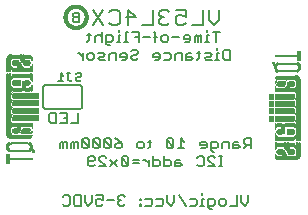
<source format=gbr>
G04 EAGLE Gerber RS-274X export*
G75*
%MOMM*%
%FSLAX34Y34*%
%LPD*%
%INSilkscreen Bottom*%
%IPPOS*%
%AMOC8*
5,1,8,0,0,1.08239X$1,22.5*%
G01*
%ADD10C,0.203200*%
%ADD11C,0.152400*%
%ADD12C,0.127000*%
%ADD13C,0.304800*%
%ADD14R,0.022863X0.462278*%
%ADD15R,0.022863X0.462281*%
%ADD16R,0.022863X0.436881*%
%ADD17R,0.023113X0.462278*%
%ADD18R,0.023113X0.462281*%
%ADD19R,0.023113X0.436881*%
%ADD20R,0.023116X0.462278*%
%ADD21R,0.023116X0.462281*%
%ADD22R,0.023116X0.436881*%
%ADD23R,0.023113X0.022863*%
%ADD24R,0.023116X0.091441*%
%ADD25R,0.023113X0.139700*%
%ADD26R,0.023116X0.185419*%
%ADD27R,0.023113X0.254000*%
%ADD28R,0.023113X0.299719*%
%ADD29R,0.023116X0.345438*%
%ADD30R,0.023113X0.391159*%
%ADD31R,0.023116X0.393700*%
%ADD32R,0.022863X0.325119*%
%ADD33R,0.022863X0.599438*%
%ADD34R,0.022863X0.622300*%
%ADD35R,0.022863X0.530859*%
%ADD36R,0.022863X0.439422*%
%ADD37R,0.022863X0.231138*%
%ADD38R,0.022863X0.071119*%
%ADD39R,0.022863X0.533400*%
%ADD40R,0.022863X0.208281*%
%ADD41R,0.023113X0.345441*%
%ADD42R,0.023113X0.576578*%
%ADD43R,0.023113X0.599438*%
%ADD44R,0.023113X0.508000*%
%ADD45R,0.023113X0.416563*%
%ADD46R,0.023113X0.208278*%
%ADD47R,0.023113X0.553722*%
%ADD48R,0.023113X0.208281*%
%ADD49R,0.023116X0.345441*%
%ADD50R,0.023116X0.530859*%
%ADD51R,0.023116X0.370841*%
%ADD52R,0.023116X0.162559*%
%ADD53R,0.023116X0.576581*%
%ADD54R,0.023116X0.208281*%
%ADD55R,0.023113X0.322578*%
%ADD56R,0.023113X0.485137*%
%ADD57R,0.023113X0.416559*%
%ADD58R,0.023113X0.347981*%
%ADD59R,0.023113X0.116838*%
%ADD60R,0.023113X0.647700*%
%ADD61R,0.023116X0.322581*%
%ADD62R,0.023116X0.485137*%
%ADD63R,0.023116X0.093978*%
%ADD64R,0.023116X0.231141*%
%ADD65R,0.023116X0.693419*%
%ADD66R,0.023113X0.322581*%
%ADD67R,0.023113X0.439419*%
%ADD68R,0.023113X0.370841*%
%ADD69R,0.023113X0.299722*%
%ADD70R,0.023113X0.045719*%
%ADD71R,0.023113X0.739138*%
%ADD72R,0.023113X0.414019*%
%ADD73R,0.023113X0.347978*%
%ADD74R,0.023113X0.762000*%
%ADD75R,0.023116X0.414019*%
%ADD76R,0.023116X0.182881*%
%ADD77R,0.023116X0.347978*%
%ADD78R,0.023116X0.276863*%
%ADD79R,0.023116X0.116841*%
%ADD80R,0.023116X0.276859*%
%ADD81R,0.023116X0.784863*%
%ADD82R,0.023113X0.325119*%
%ADD83R,0.023113X0.276863*%
%ADD84R,0.023113X0.276859*%
%ADD85R,0.023116X0.325119*%
%ADD86R,0.023116X0.391159*%
%ADD87R,0.023116X0.302259*%
%ADD88R,0.023116X0.254000*%
%ADD89R,0.023113X0.302259*%
%ADD90R,0.023113X0.393700*%
%ADD91R,0.023113X0.231141*%
%ADD92R,0.022863X0.302259*%
%ADD93R,0.022863X0.439419*%
%ADD94R,0.022863X0.368300*%
%ADD95R,0.022863X0.391159*%
%ADD96R,0.022863X0.416559*%
%ADD97R,0.022863X0.276863*%
%ADD98R,0.022863X0.205741*%
%ADD99R,0.023113X0.368300*%
%ADD100R,0.023113X0.205741*%
%ADD101R,0.023116X0.368300*%
%ADD102R,0.023116X0.205741*%
%ADD103R,0.023113X0.182881*%
%ADD104R,0.022863X0.276859*%
%ADD105R,0.022863X0.182881*%
%ADD106R,0.023113X0.924559*%
%ADD107R,0.023116X0.924559*%
%ADD108R,0.023113X0.901700*%
%ADD109R,0.023116X0.901700*%
%ADD110R,0.023113X0.878841*%
%ADD111R,0.023116X0.855981*%
%ADD112R,0.023113X0.833119*%
%ADD113R,0.022863X0.787400*%
%ADD114R,0.022863X0.414019*%
%ADD115R,0.022863X0.924559*%
%ADD116R,0.023113X0.739141*%
%ADD117R,0.023116X0.716281*%
%ADD118R,0.023116X0.299722*%
%ADD119R,0.023113X0.670559*%
%ADD120R,0.023116X0.647700*%
%ADD121R,0.023116X0.508000*%
%ADD122R,0.023116X0.299719*%
%ADD123R,0.023113X0.601981*%
%ADD124R,0.023113X0.530859*%
%ADD125R,0.023113X0.231138*%
%ADD126R,0.023113X0.556259*%
%ADD127R,0.023113X0.185419*%
%ADD128R,0.023116X0.533400*%
%ADD129R,0.023116X0.599438*%
%ADD130R,0.023116X0.416563*%
%ADD131R,0.023116X0.116838*%
%ADD132R,0.023113X0.485141*%
%ADD133R,0.023113X0.645159*%
%ADD134R,0.023113X0.716278*%
%ADD135R,0.022863X0.393700*%
%ADD136R,0.022863X0.762000*%
%ADD137R,0.022863X0.624841*%
%ADD138R,0.023113X0.784859*%
%ADD139R,0.023113X0.693422*%
%ADD140R,0.023116X0.830578*%
%ADD141R,0.023116X0.739141*%
%ADD142R,0.023113X0.876300*%
%ADD143R,0.023113X0.807722*%
%ADD144R,0.023116X0.899159*%
%ADD145R,0.023116X0.878841*%
%ADD146R,0.023113X0.922019*%
%ADD147R,0.023113X0.947419*%
%ADD148R,0.023116X0.970278*%
%ADD149R,0.023113X0.970278*%
%ADD150R,0.023116X0.439419*%
%ADD151R,0.022863X0.299722*%
%ADD152R,0.023116X0.416559*%
%ADD153R,0.023116X0.347981*%
%ADD154R,0.023113X0.137159*%
%ADD155R,0.023113X0.093978*%
%ADD156R,0.023113X0.091441*%
%ADD157R,0.023113X0.093981*%
%ADD158R,0.023113X0.114300*%
%ADD159R,0.023116X0.045719*%
%ADD160R,0.023116X0.045722*%
%ADD161R,0.023113X0.071119*%
%ADD162R,0.023113X0.116841*%
%ADD163R,0.023116X0.139700*%
%ADD164R,0.022863X0.322581*%
%ADD165R,0.022863X0.345441*%
%ADD166R,0.022863X0.162559*%
%ADD167R,0.022863X0.576581*%
%ADD168R,0.023113X0.668019*%
%ADD169R,0.023113X0.533400*%
%ADD170R,0.023116X1.455419*%
%ADD171R,0.023116X5.519419*%
%ADD172R,0.023113X1.455419*%
%ADD173R,0.023113X5.519419*%
%ADD174R,0.023116X5.494019*%
%ADD175R,0.023113X1.430019*%
%ADD176R,0.023113X5.494019*%
%ADD177R,0.023116X1.430019*%
%ADD178R,0.023116X5.471159*%
%ADD179R,0.023116X0.762000*%
%ADD180R,0.023113X1.407159*%
%ADD181R,0.023113X5.471159*%
%ADD182R,0.022863X1.384300*%
%ADD183R,0.022863X5.448300*%
%ADD184R,0.022863X0.716278*%
%ADD185R,0.022863X0.878841*%
%ADD186R,0.023113X1.361438*%
%ADD187R,0.023113X5.425438*%
%ADD188R,0.023116X1.338578*%
%ADD189R,0.023116X5.402578*%
%ADD190R,0.023116X0.624841*%
%ADD191R,0.023113X1.292859*%
%ADD192R,0.023113X5.356859*%
%ADD193R,0.023116X1.224278*%
%ADD194R,0.023116X5.288278*%


D10*
X182115Y171715D02*
X182115Y162902D01*
X177709Y158496D01*
X173302Y162902D01*
X173302Y171715D01*
X168082Y171715D02*
X168082Y158496D01*
X159270Y158496D01*
X154050Y171715D02*
X145237Y171715D01*
X154050Y171715D02*
X154050Y165106D01*
X149643Y167309D01*
X147440Y167309D01*
X145237Y165106D01*
X145237Y160699D01*
X147440Y158496D01*
X151846Y158496D01*
X154050Y160699D01*
X140017Y169512D02*
X137814Y171715D01*
X133407Y171715D01*
X131204Y169512D01*
X131204Y167309D01*
X133407Y165106D01*
X135610Y165106D01*
X133407Y165106D02*
X131204Y162902D01*
X131204Y160699D01*
X133407Y158496D01*
X137814Y158496D01*
X140017Y160699D01*
X125984Y158496D02*
X125984Y171715D01*
X125984Y158496D02*
X117171Y158496D01*
X105342Y158496D02*
X105342Y171715D01*
X111951Y165106D01*
X103138Y165106D01*
X91309Y171715D02*
X89106Y169512D01*
X91309Y171715D02*
X95715Y171715D01*
X97918Y169512D01*
X97918Y160699D01*
X95715Y158496D01*
X91309Y158496D01*
X89106Y160699D01*
X83886Y171715D02*
X75073Y158496D01*
X83886Y158496D02*
X75073Y171715D01*
D11*
X179777Y152915D02*
X179777Y144272D01*
X182658Y152915D02*
X176896Y152915D01*
X173303Y150034D02*
X171863Y150034D01*
X171863Y144272D01*
X173303Y144272D02*
X170422Y144272D01*
X171863Y152915D02*
X171863Y154356D01*
X167066Y150034D02*
X167066Y144272D01*
X167066Y150034D02*
X165626Y150034D01*
X164185Y148594D01*
X164185Y144272D01*
X164185Y148594D02*
X162745Y150034D01*
X161304Y148594D01*
X161304Y144272D01*
X156271Y144272D02*
X153390Y144272D01*
X156271Y144272D02*
X157711Y145713D01*
X157711Y148594D01*
X156271Y150034D01*
X153390Y150034D01*
X151949Y148594D01*
X151949Y147153D01*
X157711Y147153D01*
X148356Y148594D02*
X142594Y148594D01*
X137560Y144272D02*
X134679Y144272D01*
X133239Y145713D01*
X133239Y148594D01*
X134679Y150034D01*
X137560Y150034D01*
X139001Y148594D01*
X139001Y145713D01*
X137560Y144272D01*
X128205Y144272D02*
X128205Y151475D01*
X126765Y152915D01*
X126765Y148594D02*
X129646Y148594D01*
X123409Y148594D02*
X117647Y148594D01*
X114054Y152915D02*
X114054Y144272D01*
X114054Y152915D02*
X108291Y152915D01*
X111173Y148594D02*
X114054Y148594D01*
X104699Y152915D02*
X103258Y152915D01*
X103258Y144272D01*
X104699Y144272D02*
X101817Y144272D01*
X98462Y150034D02*
X97021Y150034D01*
X97021Y144272D01*
X95581Y144272D02*
X98462Y144272D01*
X97021Y152915D02*
X97021Y154356D01*
X89344Y141391D02*
X87903Y141391D01*
X86463Y142831D01*
X86463Y150034D01*
X90784Y150034D01*
X92225Y148594D01*
X92225Y145713D01*
X90784Y144272D01*
X86463Y144272D01*
X82870Y144272D02*
X82870Y152915D01*
X81429Y150034D02*
X82870Y148594D01*
X81429Y150034D02*
X78548Y150034D01*
X77108Y148594D01*
X77108Y144272D01*
X72074Y145713D02*
X72074Y151475D01*
X72074Y145713D02*
X70633Y144272D01*
X70633Y150034D02*
X73515Y150034D01*
X191234Y137675D02*
X191234Y129032D01*
X186912Y129032D01*
X185472Y130473D01*
X185472Y136235D01*
X186912Y137675D01*
X191234Y137675D01*
X181879Y134794D02*
X180438Y134794D01*
X180438Y129032D01*
X178998Y129032D02*
X181879Y129032D01*
X180438Y137675D02*
X180438Y139116D01*
X175642Y129032D02*
X171320Y129032D01*
X169880Y130473D01*
X171320Y131913D01*
X174201Y131913D01*
X175642Y133354D01*
X174201Y134794D01*
X169880Y134794D01*
X164846Y136235D02*
X164846Y130473D01*
X163406Y129032D01*
X163406Y134794D02*
X166287Y134794D01*
X158609Y134794D02*
X155728Y134794D01*
X154288Y133354D01*
X154288Y129032D01*
X158609Y129032D01*
X160050Y130473D01*
X158609Y131913D01*
X154288Y131913D01*
X150695Y129032D02*
X150695Y134794D01*
X146373Y134794D01*
X144933Y133354D01*
X144933Y129032D01*
X139899Y134794D02*
X135577Y134794D01*
X139899Y134794D02*
X141340Y133354D01*
X141340Y130473D01*
X139899Y129032D01*
X135577Y129032D01*
X130544Y129032D02*
X127663Y129032D01*
X130544Y129032D02*
X131984Y130473D01*
X131984Y133354D01*
X130544Y134794D01*
X127663Y134794D01*
X126222Y133354D01*
X126222Y131913D01*
X131984Y131913D01*
X108952Y137675D02*
X107512Y136235D01*
X108952Y137675D02*
X111834Y137675D01*
X113274Y136235D01*
X113274Y134794D01*
X111834Y133354D01*
X108952Y133354D01*
X107512Y131913D01*
X107512Y130473D01*
X108952Y129032D01*
X111834Y129032D01*
X113274Y130473D01*
X102478Y129032D02*
X99597Y129032D01*
X102478Y129032D02*
X103919Y130473D01*
X103919Y133354D01*
X102478Y134794D01*
X99597Y134794D01*
X98157Y133354D01*
X98157Y131913D01*
X103919Y131913D01*
X94564Y129032D02*
X94564Y134794D01*
X90242Y134794D01*
X88801Y133354D01*
X88801Y129032D01*
X85209Y129032D02*
X80887Y129032D01*
X79446Y130473D01*
X80887Y131913D01*
X83768Y131913D01*
X85209Y133354D01*
X83768Y134794D01*
X79446Y134794D01*
X74413Y129032D02*
X71532Y129032D01*
X70091Y130473D01*
X70091Y133354D01*
X71532Y134794D01*
X74413Y134794D01*
X75853Y133354D01*
X75853Y130473D01*
X74413Y129032D01*
X66498Y129032D02*
X66498Y134794D01*
X66498Y131913D02*
X63617Y134794D01*
X62176Y134794D01*
X208876Y62745D02*
X208876Y54102D01*
X208876Y62745D02*
X204554Y62745D01*
X203113Y61305D01*
X203113Y58424D01*
X204554Y56983D01*
X208876Y56983D01*
X205994Y56983D02*
X203113Y54102D01*
X198080Y59864D02*
X195199Y59864D01*
X193758Y58424D01*
X193758Y54102D01*
X198080Y54102D01*
X199520Y55543D01*
X198080Y56983D01*
X193758Y56983D01*
X190165Y54102D02*
X190165Y59864D01*
X185844Y59864D01*
X184403Y58424D01*
X184403Y54102D01*
X177929Y51221D02*
X176488Y51221D01*
X175048Y52661D01*
X175048Y59864D01*
X179369Y59864D01*
X180810Y58424D01*
X180810Y55543D01*
X179369Y54102D01*
X175048Y54102D01*
X170014Y54102D02*
X167133Y54102D01*
X170014Y54102D02*
X171455Y55543D01*
X171455Y58424D01*
X170014Y59864D01*
X167133Y59864D01*
X165693Y58424D01*
X165693Y56983D01*
X171455Y56983D01*
X152744Y59864D02*
X149863Y62745D01*
X149863Y54102D01*
X152744Y54102D02*
X146982Y54102D01*
X143389Y55543D02*
X143389Y61305D01*
X141949Y62745D01*
X139068Y62745D01*
X137627Y61305D01*
X137627Y55543D01*
X139068Y54102D01*
X141949Y54102D01*
X143389Y55543D01*
X137627Y61305D01*
X123238Y61305D02*
X123238Y55543D01*
X121798Y54102D01*
X121798Y59864D02*
X124679Y59864D01*
X117002Y54102D02*
X114120Y54102D01*
X112680Y55543D01*
X112680Y58424D01*
X114120Y59864D01*
X117002Y59864D01*
X118442Y58424D01*
X118442Y55543D01*
X117002Y54102D01*
X96851Y61305D02*
X93969Y62745D01*
X96851Y61305D02*
X99732Y58424D01*
X99732Y55543D01*
X98291Y54102D01*
X95410Y54102D01*
X93969Y55543D01*
X93969Y56983D01*
X95410Y58424D01*
X99732Y58424D01*
X90377Y55543D02*
X90377Y61305D01*
X88936Y62745D01*
X86055Y62745D01*
X84614Y61305D01*
X84614Y55543D01*
X86055Y54102D01*
X88936Y54102D01*
X90377Y55543D01*
X84614Y61305D01*
X81021Y61305D02*
X81021Y55543D01*
X81021Y61305D02*
X79581Y62745D01*
X76700Y62745D01*
X75259Y61305D01*
X75259Y55543D01*
X76700Y54102D01*
X79581Y54102D01*
X81021Y55543D01*
X75259Y61305D01*
X71666Y61305D02*
X71666Y55543D01*
X71666Y61305D02*
X70226Y62745D01*
X67344Y62745D01*
X65904Y61305D01*
X65904Y55543D01*
X67344Y54102D01*
X70226Y54102D01*
X71666Y55543D01*
X65904Y61305D01*
X62311Y59864D02*
X62311Y54102D01*
X62311Y59864D02*
X60870Y59864D01*
X59430Y58424D01*
X59430Y54102D01*
X59430Y58424D02*
X57989Y59864D01*
X56549Y58424D01*
X56549Y54102D01*
X52956Y54102D02*
X52956Y59864D01*
X51515Y59864D01*
X50075Y58424D01*
X50075Y54102D01*
X50075Y58424D02*
X48634Y59864D01*
X47194Y58424D01*
X47194Y54102D01*
X181827Y38862D02*
X184708Y38862D01*
X183267Y38862D02*
X183267Y47505D01*
X181827Y47505D02*
X184708Y47505D01*
X178471Y38862D02*
X172709Y38862D01*
X178471Y38862D02*
X172709Y44624D01*
X172709Y46065D01*
X174150Y47505D01*
X177031Y47505D01*
X178471Y46065D01*
X164794Y47505D02*
X163354Y46065D01*
X164794Y47505D02*
X167675Y47505D01*
X169116Y46065D01*
X169116Y40303D01*
X167675Y38862D01*
X164794Y38862D01*
X163354Y40303D01*
X148965Y44624D02*
X146084Y44624D01*
X144643Y43184D01*
X144643Y38862D01*
X148965Y38862D01*
X150406Y40303D01*
X148965Y41743D01*
X144643Y41743D01*
X135288Y38862D02*
X135288Y47505D01*
X135288Y38862D02*
X139610Y38862D01*
X141050Y40303D01*
X141050Y43184D01*
X139610Y44624D01*
X135288Y44624D01*
X125933Y47505D02*
X125933Y38862D01*
X130255Y38862D01*
X131695Y40303D01*
X131695Y43184D01*
X130255Y44624D01*
X125933Y44624D01*
X122340Y44624D02*
X122340Y38862D01*
X122340Y41743D02*
X119459Y44624D01*
X118018Y44624D01*
X114544Y41743D02*
X108782Y41743D01*
X108782Y44624D02*
X114544Y44624D01*
X105189Y46065D02*
X105189Y40303D01*
X105189Y46065D02*
X103748Y47505D01*
X100867Y47505D01*
X99427Y46065D01*
X99427Y40303D01*
X100867Y38862D01*
X103748Y38862D01*
X105189Y40303D01*
X99427Y46065D01*
X95834Y44624D02*
X90071Y38862D01*
X90071Y44624D02*
X95834Y38862D01*
X86479Y38862D02*
X80716Y38862D01*
X80716Y44624D02*
X86479Y38862D01*
X80716Y44624D02*
X80716Y46065D01*
X82157Y47505D01*
X85038Y47505D01*
X86479Y46065D01*
X77123Y40303D02*
X75683Y38862D01*
X72802Y38862D01*
X71361Y40303D01*
X71361Y46065D01*
X72802Y47505D01*
X75683Y47505D01*
X77123Y46065D01*
X77123Y44624D01*
X75683Y43184D01*
X71361Y43184D01*
D12*
X206664Y14613D02*
X206664Y8681D01*
X203698Y5715D01*
X200732Y8681D01*
X200732Y14613D01*
X197309Y14613D02*
X197309Y5715D01*
X191377Y5715D01*
X186470Y5715D02*
X183505Y5715D01*
X182022Y7198D01*
X182022Y10164D01*
X183505Y11647D01*
X186470Y11647D01*
X187953Y10164D01*
X187953Y7198D01*
X186470Y5715D01*
X175632Y2749D02*
X174149Y2749D01*
X172666Y4232D01*
X172666Y11647D01*
X177115Y11647D01*
X178598Y10164D01*
X178598Y7198D01*
X177115Y5715D01*
X172666Y5715D01*
X169243Y11647D02*
X167760Y11647D01*
X167760Y5715D01*
X169243Y5715D02*
X166277Y5715D01*
X167760Y14613D02*
X167760Y16096D01*
X161523Y11647D02*
X157075Y11647D01*
X161523Y11647D02*
X163006Y10164D01*
X163006Y7198D01*
X161523Y5715D01*
X157075Y5715D01*
X153651Y5715D02*
X147719Y14613D01*
X144296Y14613D02*
X144296Y8681D01*
X141330Y5715D01*
X138364Y8681D01*
X138364Y14613D01*
X133458Y11647D02*
X129009Y11647D01*
X133458Y11647D02*
X134941Y10164D01*
X134941Y7198D01*
X133458Y5715D01*
X129009Y5715D01*
X124103Y11647D02*
X119654Y11647D01*
X124103Y11647D02*
X125585Y10164D01*
X125585Y7198D01*
X124103Y5715D01*
X119654Y5715D01*
X116230Y11647D02*
X114747Y11647D01*
X114747Y10164D01*
X116230Y10164D01*
X116230Y11647D01*
X116230Y7198D02*
X114747Y7198D01*
X114747Y5715D01*
X116230Y5715D01*
X116230Y7198D01*
X102198Y13130D02*
X100715Y14613D01*
X97749Y14613D01*
X96266Y13130D01*
X96266Y11647D01*
X97749Y10164D01*
X99232Y10164D01*
X97749Y10164D02*
X96266Y8681D01*
X96266Y7198D01*
X97749Y5715D01*
X100715Y5715D01*
X102198Y7198D01*
X92842Y10164D02*
X86911Y10164D01*
X83487Y14613D02*
X77555Y14613D01*
X83487Y14613D02*
X83487Y10164D01*
X80521Y11647D01*
X79038Y11647D01*
X77555Y10164D01*
X77555Y7198D01*
X79038Y5715D01*
X82004Y5715D01*
X83487Y7198D01*
X74132Y8681D02*
X74132Y14613D01*
X74132Y8681D02*
X71166Y5715D01*
X68200Y8681D01*
X68200Y14613D01*
X64777Y14613D02*
X64777Y5715D01*
X60328Y5715D01*
X58845Y7198D01*
X58845Y13130D01*
X60328Y14613D01*
X64777Y14613D01*
X50973Y14613D02*
X49490Y13130D01*
X50973Y14613D02*
X53939Y14613D01*
X55422Y13130D01*
X55422Y7198D01*
X53939Y5715D01*
X50973Y5715D01*
X49490Y7198D01*
D11*
X62801Y75692D02*
X62801Y84335D01*
X62801Y75692D02*
X57039Y75692D01*
X53446Y84335D02*
X47683Y84335D01*
X53446Y84335D02*
X53446Y75692D01*
X47683Y75692D01*
X50564Y80014D02*
X53446Y80014D01*
X44090Y84335D02*
X44090Y75692D01*
X39769Y75692D01*
X38328Y77133D01*
X38328Y82895D01*
X39769Y84335D01*
X44090Y84335D01*
D13*
X51980Y165100D02*
X51983Y165320D01*
X51991Y165541D01*
X52004Y165761D01*
X52023Y165980D01*
X52048Y166199D01*
X52077Y166418D01*
X52112Y166635D01*
X52153Y166852D01*
X52198Y167068D01*
X52249Y167282D01*
X52305Y167495D01*
X52367Y167707D01*
X52433Y167917D01*
X52505Y168125D01*
X52582Y168332D01*
X52664Y168536D01*
X52750Y168739D01*
X52842Y168939D01*
X52939Y169138D01*
X53040Y169333D01*
X53147Y169526D01*
X53258Y169717D01*
X53373Y169904D01*
X53493Y170089D01*
X53618Y170271D01*
X53747Y170449D01*
X53881Y170625D01*
X54018Y170797D01*
X54160Y170965D01*
X54306Y171131D01*
X54456Y171292D01*
X54610Y171450D01*
X54768Y171604D01*
X54929Y171754D01*
X55095Y171900D01*
X55263Y172042D01*
X55435Y172179D01*
X55611Y172313D01*
X55789Y172442D01*
X55971Y172567D01*
X56156Y172687D01*
X56343Y172802D01*
X56534Y172913D01*
X56727Y173020D01*
X56922Y173121D01*
X57121Y173218D01*
X57321Y173310D01*
X57524Y173396D01*
X57728Y173478D01*
X57935Y173555D01*
X58143Y173627D01*
X58353Y173693D01*
X58565Y173755D01*
X58778Y173811D01*
X58992Y173862D01*
X59208Y173907D01*
X59425Y173948D01*
X59642Y173983D01*
X59861Y174012D01*
X60080Y174037D01*
X60299Y174056D01*
X60519Y174069D01*
X60740Y174077D01*
X60960Y174080D01*
X61180Y174077D01*
X61401Y174069D01*
X61621Y174056D01*
X61840Y174037D01*
X62059Y174012D01*
X62278Y173983D01*
X62495Y173948D01*
X62712Y173907D01*
X62928Y173862D01*
X63142Y173811D01*
X63355Y173755D01*
X63567Y173693D01*
X63777Y173627D01*
X63985Y173555D01*
X64192Y173478D01*
X64396Y173396D01*
X64599Y173310D01*
X64799Y173218D01*
X64998Y173121D01*
X65193Y173020D01*
X65386Y172913D01*
X65577Y172802D01*
X65764Y172687D01*
X65949Y172567D01*
X66131Y172442D01*
X66309Y172313D01*
X66485Y172179D01*
X66657Y172042D01*
X66825Y171900D01*
X66991Y171754D01*
X67152Y171604D01*
X67310Y171450D01*
X67464Y171292D01*
X67614Y171131D01*
X67760Y170965D01*
X67902Y170797D01*
X68039Y170625D01*
X68173Y170449D01*
X68302Y170271D01*
X68427Y170089D01*
X68547Y169904D01*
X68662Y169717D01*
X68773Y169526D01*
X68880Y169333D01*
X68981Y169138D01*
X69078Y168939D01*
X69170Y168739D01*
X69256Y168536D01*
X69338Y168332D01*
X69415Y168125D01*
X69487Y167917D01*
X69553Y167707D01*
X69615Y167495D01*
X69671Y167282D01*
X69722Y167068D01*
X69767Y166852D01*
X69808Y166635D01*
X69843Y166418D01*
X69872Y166199D01*
X69897Y165980D01*
X69916Y165761D01*
X69929Y165541D01*
X69937Y165320D01*
X69940Y165100D01*
X69937Y164880D01*
X69929Y164659D01*
X69916Y164439D01*
X69897Y164220D01*
X69872Y164001D01*
X69843Y163782D01*
X69808Y163565D01*
X69767Y163348D01*
X69722Y163132D01*
X69671Y162918D01*
X69615Y162705D01*
X69553Y162493D01*
X69487Y162283D01*
X69415Y162075D01*
X69338Y161868D01*
X69256Y161664D01*
X69170Y161461D01*
X69078Y161261D01*
X68981Y161062D01*
X68880Y160867D01*
X68773Y160674D01*
X68662Y160483D01*
X68547Y160296D01*
X68427Y160111D01*
X68302Y159929D01*
X68173Y159751D01*
X68039Y159575D01*
X67902Y159403D01*
X67760Y159235D01*
X67614Y159069D01*
X67464Y158908D01*
X67310Y158750D01*
X67152Y158596D01*
X66991Y158446D01*
X66825Y158300D01*
X66657Y158158D01*
X66485Y158021D01*
X66309Y157887D01*
X66131Y157758D01*
X65949Y157633D01*
X65764Y157513D01*
X65577Y157398D01*
X65386Y157287D01*
X65193Y157180D01*
X64998Y157079D01*
X64799Y156982D01*
X64599Y156890D01*
X64396Y156804D01*
X64192Y156722D01*
X63985Y156645D01*
X63777Y156573D01*
X63567Y156507D01*
X63355Y156445D01*
X63142Y156389D01*
X62928Y156338D01*
X62712Y156293D01*
X62495Y156252D01*
X62278Y156217D01*
X62059Y156188D01*
X61840Y156163D01*
X61621Y156144D01*
X61401Y156131D01*
X61180Y156123D01*
X60960Y156120D01*
X60740Y156123D01*
X60519Y156131D01*
X60299Y156144D01*
X60080Y156163D01*
X59861Y156188D01*
X59642Y156217D01*
X59425Y156252D01*
X59208Y156293D01*
X58992Y156338D01*
X58778Y156389D01*
X58565Y156445D01*
X58353Y156507D01*
X58143Y156573D01*
X57935Y156645D01*
X57728Y156722D01*
X57524Y156804D01*
X57321Y156890D01*
X57121Y156982D01*
X56922Y157079D01*
X56727Y157180D01*
X56534Y157287D01*
X56343Y157398D01*
X56156Y157513D01*
X55971Y157633D01*
X55789Y157758D01*
X55611Y157887D01*
X55435Y158021D01*
X55263Y158158D01*
X55095Y158300D01*
X54929Y158446D01*
X54768Y158596D01*
X54610Y158750D01*
X54456Y158908D01*
X54306Y159069D01*
X54160Y159235D01*
X54018Y159403D01*
X53881Y159575D01*
X53747Y159751D01*
X53618Y159929D01*
X53493Y160111D01*
X53373Y160296D01*
X53258Y160483D01*
X53147Y160674D01*
X53040Y160867D01*
X52939Y161062D01*
X52842Y161261D01*
X52750Y161461D01*
X52664Y161664D01*
X52582Y161868D01*
X52505Y162075D01*
X52433Y162283D01*
X52367Y162493D01*
X52305Y162705D01*
X52249Y162918D01*
X52198Y163132D01*
X52153Y163348D01*
X52112Y163565D01*
X52077Y163782D01*
X52048Y164001D01*
X52023Y164220D01*
X52004Y164439D01*
X51991Y164659D01*
X51983Y164880D01*
X51980Y165100D01*
D10*
X63500Y161036D02*
X63500Y169171D01*
X59433Y169171D01*
X58077Y167815D01*
X58077Y166459D01*
X59433Y165103D01*
X58077Y163748D01*
X58077Y162392D01*
X59433Y161036D01*
X63500Y161036D01*
X63500Y165103D02*
X59433Y165103D01*
D14*
X224790Y79197D03*
D15*
X224790Y85446D03*
X224790Y91669D03*
D16*
X224790Y98019D03*
D17*
X225020Y79197D03*
D18*
X225020Y85446D03*
X225020Y91669D03*
D19*
X225020Y98019D03*
D20*
X225251Y79197D03*
D21*
X225251Y85446D03*
X225251Y91669D03*
D22*
X225251Y98019D03*
D17*
X225482Y79197D03*
D18*
X225482Y85446D03*
X225482Y91669D03*
D19*
X225482Y98019D03*
D20*
X225713Y79197D03*
D21*
X225713Y85446D03*
X225713Y91669D03*
D22*
X225713Y98019D03*
D17*
X225944Y79197D03*
D18*
X225944Y85446D03*
X225944Y91669D03*
D19*
X225944Y98019D03*
D17*
X226176Y79197D03*
D18*
X226176Y85446D03*
X226176Y91669D03*
D19*
X226176Y98019D03*
D20*
X226407Y79197D03*
D21*
X226407Y85446D03*
X226407Y91669D03*
D22*
X226407Y98019D03*
D17*
X226638Y79197D03*
D18*
X226638Y85446D03*
X226638Y91669D03*
D19*
X226638Y98019D03*
D20*
X226869Y79197D03*
D21*
X226869Y85446D03*
X226869Y91669D03*
D22*
X226869Y98019D03*
D17*
X227100Y79197D03*
D18*
X227100Y85446D03*
X227100Y91669D03*
D19*
X227100Y98019D03*
D14*
X227330Y79197D03*
D15*
X227330Y85446D03*
X227330Y91669D03*
D16*
X227330Y98019D03*
D17*
X227560Y79197D03*
D18*
X227560Y85446D03*
X227560Y91669D03*
D19*
X227560Y98019D03*
D23*
X227560Y126429D03*
D20*
X227791Y79197D03*
D21*
X227791Y85446D03*
X227791Y91669D03*
D22*
X227791Y98019D03*
D24*
X227791Y126314D03*
D17*
X228022Y79197D03*
D18*
X228022Y85446D03*
X228022Y91669D03*
D19*
X228022Y98019D03*
D25*
X228022Y126073D03*
D20*
X228253Y79197D03*
D21*
X228253Y85446D03*
X228253Y91669D03*
D22*
X228253Y98019D03*
D26*
X228253Y126073D03*
D17*
X228484Y79197D03*
D18*
X228484Y85446D03*
X228484Y91669D03*
D19*
X228484Y98019D03*
D27*
X228484Y125959D03*
D17*
X228716Y79197D03*
D18*
X228716Y85446D03*
X228716Y91669D03*
D19*
X228716Y98019D03*
D28*
X228716Y125730D03*
D20*
X228947Y79197D03*
D21*
X228947Y85446D03*
X228947Y91669D03*
D22*
X228947Y98019D03*
D29*
X228947Y125730D03*
D30*
X229178Y125501D03*
D31*
X229409Y125032D03*
D17*
X229640Y124003D03*
D32*
X229870Y48031D03*
D33*
X229870Y55880D03*
D34*
X229870Y63614D03*
D35*
X229870Y72631D03*
D14*
X229870Y79197D03*
D15*
X229870Y85446D03*
X229870Y91669D03*
D16*
X229870Y98019D03*
D36*
X229870Y104254D03*
D37*
X229870Y109919D03*
D38*
X229870Y113030D03*
D39*
X229870Y123190D03*
D40*
X229870Y132436D03*
D41*
X230100Y47676D03*
D42*
X230100Y55994D03*
D43*
X230100Y63500D03*
D44*
X230100Y72746D03*
D17*
X230100Y79197D03*
D18*
X230100Y85446D03*
X230100Y91669D03*
D19*
X230100Y98019D03*
D45*
X230100Y104140D03*
D46*
X230100Y110033D03*
D25*
X230100Y113373D03*
D47*
X230100Y122606D03*
D48*
X230100Y132436D03*
D49*
X230331Y47219D03*
D50*
X230331Y56223D03*
X230331Y63157D03*
D20*
X230331Y72974D03*
X230331Y79197D03*
D21*
X230331Y85446D03*
X230331Y91669D03*
D22*
X230331Y98019D03*
D51*
X230331Y103911D03*
D52*
X230331Y110261D03*
D26*
X230331Y113602D03*
D53*
X230331Y122492D03*
D54*
X230331Y132436D03*
D55*
X230562Y46876D03*
D56*
X230562Y56452D03*
D44*
X230562Y63043D03*
D57*
X230562Y73203D03*
D17*
X230562Y79197D03*
D18*
X230562Y85446D03*
X230562Y91669D03*
D19*
X230562Y98019D03*
D58*
X230562Y103797D03*
D59*
X230562Y110490D03*
D46*
X230562Y113716D03*
D60*
X230562Y122619D03*
D48*
X230562Y132436D03*
D61*
X230793Y46647D03*
D20*
X230793Y56566D03*
D62*
X230793Y62929D03*
D31*
X230793Y73317D03*
D20*
X230793Y79197D03*
D21*
X230793Y85446D03*
X230793Y91669D03*
D22*
X230793Y98019D03*
D61*
X230793Y103670D03*
D63*
X230793Y110604D03*
D64*
X230793Y113830D03*
D65*
X230793Y122619D03*
D54*
X230793Y132436D03*
D66*
X231024Y46419D03*
D67*
X231024Y56680D03*
D17*
X231024Y62814D03*
D68*
X231024Y73431D03*
D17*
X231024Y79197D03*
D18*
X231024Y85446D03*
X231024Y91669D03*
D19*
X231024Y98019D03*
D69*
X231024Y103556D03*
D70*
X231024Y110846D03*
D27*
X231024Y113944D03*
D71*
X231024Y122619D03*
D48*
X231024Y132436D03*
D66*
X231256Y46190D03*
D72*
X231256Y56807D03*
D67*
X231256Y62700D03*
D73*
X231256Y73546D03*
D17*
X231256Y79197D03*
D18*
X231256Y85446D03*
X231256Y91669D03*
D19*
X231256Y98019D03*
D69*
X231256Y103556D03*
D27*
X231256Y113944D03*
D74*
X231256Y122504D03*
D48*
X231256Y132436D03*
D61*
X231487Y46190D03*
D64*
X231487Y51270D03*
D75*
X231487Y56807D03*
X231487Y62573D03*
D76*
X231487Y68351D03*
D77*
X231487Y73546D03*
D20*
X231487Y79197D03*
D21*
X231487Y85446D03*
X231487Y91669D03*
D22*
X231487Y98019D03*
D78*
X231487Y103442D03*
D79*
X231487Y108179D03*
D80*
X231487Y114059D03*
D81*
X231487Y122619D03*
D54*
X231487Y132436D03*
D82*
X231718Y45949D03*
D66*
X231718Y51270D03*
D30*
X231718Y56921D03*
D72*
X231718Y62573D03*
D82*
X231718Y68351D03*
X231718Y73660D03*
D17*
X231718Y79197D03*
D18*
X231718Y85446D03*
X231718Y91669D03*
D19*
X231718Y98019D03*
D83*
X231718Y103442D03*
D84*
X231718Y108293D03*
X231718Y114059D03*
D83*
X231718Y120079D03*
D84*
X231718Y125387D03*
D48*
X231718Y132436D03*
D85*
X231949Y45949D03*
D51*
X231949Y51257D03*
D86*
X231949Y56921D03*
D75*
X231949Y62573D03*
D51*
X231949Y68351D03*
D85*
X231949Y73660D03*
D20*
X231949Y79197D03*
D21*
X231949Y85446D03*
X231949Y91669D03*
D22*
X231949Y98019D03*
D78*
X231949Y103442D03*
D49*
X231949Y108407D03*
D87*
X231949Y114186D03*
D88*
X231949Y119736D03*
D64*
X231949Y125616D03*
D54*
X231949Y132436D03*
D82*
X232180Y45949D03*
D57*
X232180Y51257D03*
D30*
X232180Y56921D03*
X232180Y62459D03*
D57*
X232180Y68351D03*
D89*
X232180Y73774D03*
D17*
X232180Y79197D03*
D18*
X232180Y85446D03*
X232180Y91669D03*
D19*
X232180Y98019D03*
D83*
X232180Y103442D03*
D90*
X232180Y108649D03*
D89*
X232180Y114186D03*
D91*
X232180Y119621D03*
D48*
X232180Y125730D03*
X232180Y132436D03*
D92*
X232410Y45834D03*
D93*
X232410Y51143D03*
D94*
X232410Y57036D03*
D95*
X232410Y62459D03*
D96*
X232410Y68351D03*
D92*
X232410Y73774D03*
D14*
X232410Y79197D03*
D15*
X232410Y85446D03*
X232410Y91669D03*
D16*
X232410Y98019D03*
D97*
X232410Y103442D03*
D93*
X232410Y108649D03*
D92*
X232410Y114186D03*
D98*
X232410Y119494D03*
D40*
X232410Y125730D03*
X232410Y132436D03*
D89*
X232640Y45834D03*
D17*
X232640Y51257D03*
D99*
X232640Y57036D03*
D30*
X232640Y62459D03*
D18*
X232640Y68351D03*
D89*
X232640Y73774D03*
D17*
X232640Y79197D03*
D18*
X232640Y85446D03*
X232640Y91669D03*
D19*
X232640Y98019D03*
D83*
X232640Y103442D03*
D17*
X232640Y108763D03*
D89*
X232640Y114186D03*
D100*
X232640Y119494D03*
D48*
X232640Y125959D03*
X232640Y132436D03*
D87*
X232871Y45834D03*
D20*
X232871Y51257D03*
D101*
X232871Y57036D03*
D86*
X232871Y62459D03*
D21*
X232871Y68351D03*
D87*
X232871Y73774D03*
D20*
X232871Y79197D03*
D21*
X232871Y85446D03*
X232871Y91669D03*
D22*
X232871Y98019D03*
D78*
X232871Y103442D03*
D20*
X232871Y108763D03*
D87*
X232871Y114186D03*
D102*
X232871Y119494D03*
D54*
X232871Y125959D03*
X232871Y132436D03*
D89*
X233102Y45834D03*
D17*
X233102Y51257D03*
D99*
X233102Y57036D03*
X233102Y62344D03*
D18*
X233102Y68351D03*
D89*
X233102Y73774D03*
D17*
X233102Y79197D03*
D18*
X233102Y85446D03*
X233102Y91669D03*
D19*
X233102Y98019D03*
D83*
X233102Y103442D03*
D17*
X233102Y108763D03*
D89*
X233102Y114186D03*
D100*
X233102Y119494D03*
D48*
X233102Y125959D03*
X233102Y132436D03*
D87*
X233333Y45834D03*
D20*
X233333Y51257D03*
D101*
X233333Y57036D03*
X233333Y62344D03*
D21*
X233333Y68351D03*
D87*
X233333Y73774D03*
D20*
X233333Y79197D03*
D21*
X233333Y85446D03*
X233333Y91669D03*
D22*
X233333Y98019D03*
D78*
X233333Y103442D03*
D20*
X233333Y108763D03*
D87*
X233333Y114186D03*
D76*
X233333Y119380D03*
D54*
X233333Y125959D03*
X233333Y132436D03*
D89*
X233564Y45834D03*
D17*
X233564Y51257D03*
D99*
X233564Y57036D03*
X233564Y62344D03*
D18*
X233564Y68351D03*
D89*
X233564Y73774D03*
D17*
X233564Y79197D03*
D18*
X233564Y85446D03*
X233564Y91669D03*
D19*
X233564Y98019D03*
D83*
X233564Y103442D03*
D17*
X233564Y108763D03*
D89*
X233564Y114186D03*
D103*
X233564Y119380D03*
D48*
X233564Y125959D03*
X233564Y132436D03*
D89*
X233796Y45834D03*
D17*
X233796Y51257D03*
D99*
X233796Y57036D03*
X233796Y62344D03*
D18*
X233796Y68351D03*
D84*
X233796Y73901D03*
D17*
X233796Y79197D03*
D18*
X233796Y85446D03*
X233796Y91669D03*
D19*
X233796Y98019D03*
D83*
X233796Y103442D03*
D17*
X233796Y108763D03*
D89*
X233796Y114186D03*
D103*
X233796Y119380D03*
D48*
X233796Y125959D03*
X233796Y132436D03*
D87*
X234027Y45834D03*
D20*
X234027Y51257D03*
D101*
X234027Y57036D03*
X234027Y62344D03*
D21*
X234027Y68351D03*
D80*
X234027Y73901D03*
D20*
X234027Y79197D03*
D21*
X234027Y85446D03*
X234027Y91669D03*
D22*
X234027Y98019D03*
D78*
X234027Y103442D03*
D20*
X234027Y108763D03*
D87*
X234027Y114186D03*
D76*
X234027Y119380D03*
D54*
X234027Y125959D03*
X234027Y132436D03*
D89*
X234258Y45834D03*
D17*
X234258Y51257D03*
D99*
X234258Y57036D03*
X234258Y62344D03*
D18*
X234258Y68351D03*
D84*
X234258Y73901D03*
D17*
X234258Y79197D03*
D18*
X234258Y85446D03*
X234258Y91669D03*
D19*
X234258Y98019D03*
D83*
X234258Y103442D03*
D17*
X234258Y108763D03*
D89*
X234258Y114186D03*
D103*
X234258Y119380D03*
D48*
X234258Y125959D03*
X234258Y132436D03*
D87*
X234489Y45834D03*
D20*
X234489Y51257D03*
D101*
X234489Y57036D03*
X234489Y62344D03*
D21*
X234489Y68351D03*
D80*
X234489Y73901D03*
D20*
X234489Y79197D03*
D21*
X234489Y85446D03*
X234489Y91669D03*
D22*
X234489Y98019D03*
D78*
X234489Y103442D03*
D20*
X234489Y108763D03*
D87*
X234489Y114186D03*
D76*
X234489Y119380D03*
D54*
X234489Y125959D03*
X234489Y132436D03*
D89*
X234720Y45834D03*
D17*
X234720Y51257D03*
D99*
X234720Y57036D03*
X234720Y62344D03*
D18*
X234720Y68351D03*
D84*
X234720Y73901D03*
D17*
X234720Y79197D03*
D18*
X234720Y85446D03*
X234720Y91669D03*
D19*
X234720Y98019D03*
D83*
X234720Y103442D03*
D17*
X234720Y108763D03*
D89*
X234720Y114186D03*
D103*
X234720Y119380D03*
D48*
X234720Y125959D03*
X234720Y132436D03*
D92*
X234950Y45834D03*
D14*
X234950Y51257D03*
D94*
X234950Y57036D03*
X234950Y62344D03*
D15*
X234950Y68351D03*
D104*
X234950Y73901D03*
D14*
X234950Y79197D03*
D15*
X234950Y85446D03*
X234950Y91669D03*
D16*
X234950Y98019D03*
D97*
X234950Y103442D03*
D14*
X234950Y108763D03*
D92*
X234950Y114186D03*
D105*
X234950Y119380D03*
D40*
X234950Y125959D03*
X234950Y132436D03*
D89*
X235180Y45834D03*
D17*
X235180Y51257D03*
D99*
X235180Y57036D03*
X235180Y62344D03*
D18*
X235180Y68351D03*
D84*
X235180Y73901D03*
D17*
X235180Y79197D03*
D18*
X235180Y85446D03*
X235180Y91669D03*
D19*
X235180Y98019D03*
D83*
X235180Y103442D03*
D17*
X235180Y108763D03*
D89*
X235180Y114186D03*
D103*
X235180Y119380D03*
D48*
X235180Y125959D03*
X235180Y132436D03*
D87*
X235411Y45834D03*
D20*
X235411Y51257D03*
D101*
X235411Y57036D03*
X235411Y62344D03*
D21*
X235411Y68351D03*
D80*
X235411Y73901D03*
D20*
X235411Y79197D03*
D21*
X235411Y85446D03*
X235411Y91669D03*
D22*
X235411Y98019D03*
D78*
X235411Y103442D03*
D20*
X235411Y108763D03*
D87*
X235411Y114186D03*
D76*
X235411Y119380D03*
D54*
X235411Y125959D03*
X235411Y132436D03*
D89*
X235642Y45834D03*
D17*
X235642Y51257D03*
D99*
X235642Y57036D03*
X235642Y62344D03*
D106*
X235642Y70663D03*
D17*
X235642Y79197D03*
D18*
X235642Y85446D03*
X235642Y91669D03*
D19*
X235642Y98019D03*
D83*
X235642Y103442D03*
D17*
X235642Y108763D03*
D89*
X235642Y114186D03*
D103*
X235642Y119380D03*
D48*
X235642Y125959D03*
X235642Y132436D03*
D87*
X235873Y45834D03*
D20*
X235873Y51257D03*
D101*
X235873Y57036D03*
X235873Y62344D03*
D107*
X235873Y70663D03*
D20*
X235873Y79197D03*
D21*
X235873Y85446D03*
X235873Y91669D03*
D22*
X235873Y98019D03*
D78*
X235873Y103442D03*
D20*
X235873Y108763D03*
D87*
X235873Y114186D03*
D76*
X235873Y119380D03*
D54*
X235873Y125959D03*
X235873Y132436D03*
D89*
X236104Y45834D03*
D67*
X236104Y51143D03*
D99*
X236104Y57036D03*
X236104Y62344D03*
D106*
X236104Y70663D03*
D17*
X236104Y79197D03*
D18*
X236104Y85446D03*
X236104Y91669D03*
D19*
X236104Y98019D03*
D83*
X236104Y103442D03*
D17*
X236104Y108763D03*
D89*
X236104Y114186D03*
D103*
X236104Y119380D03*
D48*
X236104Y125959D03*
X236104Y132436D03*
D108*
X236336Y48832D03*
D99*
X236336Y57036D03*
X236336Y62344D03*
D106*
X236336Y70663D03*
D17*
X236336Y79197D03*
D18*
X236336Y85446D03*
X236336Y91669D03*
D19*
X236336Y98019D03*
D83*
X236336Y103442D03*
D17*
X236336Y108763D03*
D89*
X236336Y114186D03*
D103*
X236336Y119380D03*
D48*
X236336Y125959D03*
X236336Y132436D03*
D109*
X236567Y48832D03*
D101*
X236567Y57036D03*
X236567Y62344D03*
D107*
X236567Y70663D03*
D20*
X236567Y79197D03*
D21*
X236567Y85446D03*
X236567Y91669D03*
D22*
X236567Y98019D03*
D78*
X236567Y103442D03*
D20*
X236567Y108763D03*
D87*
X236567Y114186D03*
D76*
X236567Y119380D03*
D54*
X236567Y125959D03*
X236567Y132436D03*
D110*
X236798Y48717D03*
D30*
X236798Y56921D03*
D99*
X236798Y62344D03*
D106*
X236798Y70663D03*
D17*
X236798Y79197D03*
D18*
X236798Y85446D03*
X236798Y91669D03*
D19*
X236798Y98019D03*
D83*
X236798Y103442D03*
D17*
X236798Y108763D03*
D89*
X236798Y114186D03*
D103*
X236798Y119380D03*
D48*
X236798Y125959D03*
X236798Y132436D03*
D111*
X237029Y48603D03*
D86*
X237029Y56921D03*
D101*
X237029Y62344D03*
D107*
X237029Y70663D03*
D20*
X237029Y79197D03*
D21*
X237029Y85446D03*
X237029Y91669D03*
D22*
X237029Y98019D03*
D78*
X237029Y103442D03*
D20*
X237029Y108763D03*
D87*
X237029Y114186D03*
D76*
X237029Y119380D03*
D54*
X237029Y125959D03*
X237029Y132436D03*
D112*
X237260Y48489D03*
D72*
X237260Y56807D03*
D99*
X237260Y62344D03*
D106*
X237260Y70663D03*
D17*
X237260Y79197D03*
D18*
X237260Y85446D03*
X237260Y91669D03*
D19*
X237260Y98019D03*
D83*
X237260Y103442D03*
D67*
X237260Y108877D03*
D89*
X237260Y114186D03*
D103*
X237260Y119380D03*
D48*
X237260Y125959D03*
X237260Y132436D03*
D113*
X237490Y48260D03*
D114*
X237490Y56807D03*
D94*
X237490Y62344D03*
D115*
X237490Y70663D03*
D14*
X237490Y79197D03*
D15*
X237490Y85446D03*
X237490Y91669D03*
D16*
X237490Y98019D03*
D97*
X237490Y103442D03*
D93*
X237490Y108877D03*
D92*
X237490Y114186D03*
D105*
X237490Y119380D03*
D40*
X237490Y125959D03*
X237490Y132436D03*
D116*
X237720Y48019D03*
D67*
X237720Y56680D03*
D99*
X237720Y62344D03*
D106*
X237720Y70663D03*
D17*
X237720Y79197D03*
D18*
X237720Y85446D03*
X237720Y91669D03*
D19*
X237720Y98019D03*
D69*
X237720Y103556D03*
D57*
X237720Y108991D03*
D89*
X237720Y114186D03*
D103*
X237720Y119380D03*
D48*
X237720Y125959D03*
X237720Y132436D03*
D117*
X237951Y47904D03*
D20*
X237951Y56566D03*
D101*
X237951Y62344D03*
D107*
X237951Y70663D03*
D20*
X237951Y79197D03*
D21*
X237951Y85446D03*
X237951Y91669D03*
D22*
X237951Y98019D03*
D118*
X237951Y103556D03*
D31*
X237951Y109106D03*
D87*
X237951Y114186D03*
D76*
X237951Y119380D03*
D54*
X237951Y125959D03*
X237951Y132436D03*
D119*
X238182Y47676D03*
D56*
X238182Y56452D03*
D99*
X238182Y62344D03*
D106*
X238182Y70663D03*
D17*
X238182Y79197D03*
D18*
X238182Y85446D03*
X238182Y91669D03*
D19*
X238182Y98019D03*
D66*
X238182Y103670D03*
D73*
X238182Y109334D03*
D89*
X238182Y114186D03*
D103*
X238182Y119380D03*
D48*
X238182Y125959D03*
X238182Y132436D03*
D120*
X238413Y47562D03*
D121*
X238413Y56337D03*
D101*
X238413Y62344D03*
D80*
X238413Y73901D03*
D20*
X238413Y79197D03*
D21*
X238413Y85446D03*
X238413Y91669D03*
D22*
X238413Y98019D03*
D61*
X238413Y103670D03*
D122*
X238413Y109576D03*
D87*
X238413Y114186D03*
D76*
X238413Y119380D03*
D54*
X238413Y125959D03*
X238413Y132436D03*
D123*
X238644Y47333D03*
D124*
X238644Y56223D03*
D99*
X238644Y62344D03*
D84*
X238644Y73901D03*
D17*
X238644Y79197D03*
D18*
X238644Y85446D03*
X238644Y91669D03*
D19*
X238644Y98019D03*
D58*
X238644Y103797D03*
D125*
X238644Y109919D03*
D89*
X238644Y114186D03*
D103*
X238644Y119380D03*
D48*
X238644Y125959D03*
X238644Y132436D03*
D126*
X238876Y47104D03*
D42*
X238876Y55994D03*
D99*
X238876Y62344D03*
D84*
X238876Y73901D03*
D17*
X238876Y79197D03*
D18*
X238876Y85446D03*
X238876Y91669D03*
D19*
X238876Y98019D03*
D68*
X238876Y103911D03*
D127*
X238876Y110147D03*
D89*
X238876Y114186D03*
D103*
X238876Y119380D03*
D48*
X238876Y125959D03*
X238876Y132436D03*
D128*
X239107Y46990D03*
D129*
X239107Y55880D03*
D101*
X239107Y62344D03*
D80*
X239107Y73901D03*
D20*
X239107Y79197D03*
D21*
X239107Y85446D03*
X239107Y91669D03*
D22*
X239107Y98019D03*
D130*
X239107Y104140D03*
D131*
X239107Y110490D03*
D87*
X239107Y114186D03*
D76*
X239107Y119380D03*
D54*
X239107Y125959D03*
X239107Y132436D03*
D132*
X239338Y46749D03*
D133*
X239338Y55651D03*
D99*
X239338Y62344D03*
D84*
X239338Y73901D03*
D17*
X239338Y79197D03*
D18*
X239338Y85446D03*
X239338Y91669D03*
D19*
X239338Y98019D03*
D18*
X239338Y104369D03*
D70*
X239338Y110846D03*
D89*
X239338Y114186D03*
D103*
X239338Y119380D03*
D48*
X239338Y125959D03*
X239338Y132436D03*
D21*
X239569Y46634D03*
D65*
X239569Y55410D03*
D101*
X239569Y62344D03*
D80*
X239569Y73901D03*
D20*
X239569Y79197D03*
D21*
X239569Y85446D03*
X239569Y91669D03*
D22*
X239569Y98019D03*
D121*
X239569Y104597D03*
D87*
X239569Y114186D03*
D76*
X239569Y119380D03*
D54*
X239569Y125959D03*
X239569Y132436D03*
D57*
X239800Y46406D03*
D134*
X239800Y55296D03*
D99*
X239800Y62344D03*
D84*
X239800Y73901D03*
D17*
X239800Y79197D03*
D18*
X239800Y85446D03*
X239800Y91669D03*
D19*
X239800Y98019D03*
D47*
X239800Y104826D03*
D89*
X239800Y114186D03*
D103*
X239800Y119380D03*
D48*
X239800Y125959D03*
X239800Y132436D03*
D135*
X240030Y46292D03*
D136*
X240030Y55067D03*
D94*
X240030Y62344D03*
D15*
X240030Y68351D03*
D104*
X240030Y73901D03*
D14*
X240030Y79197D03*
D15*
X240030Y85446D03*
X240030Y91669D03*
D16*
X240030Y98019D03*
D137*
X240030Y105181D03*
D92*
X240030Y114186D03*
D105*
X240030Y119380D03*
D40*
X240030Y125959D03*
X240030Y132436D03*
D68*
X240260Y46177D03*
D138*
X240260Y54953D03*
D99*
X240260Y62344D03*
D18*
X240260Y68351D03*
D84*
X240260Y73901D03*
D17*
X240260Y79197D03*
D18*
X240260Y85446D03*
X240260Y91669D03*
D19*
X240260Y98019D03*
D139*
X240260Y105524D03*
D89*
X240260Y114186D03*
D103*
X240260Y119380D03*
D48*
X240260Y125959D03*
X240260Y132436D03*
D51*
X240491Y46177D03*
D140*
X240491Y54724D03*
D101*
X240491Y62344D03*
D21*
X240491Y68351D03*
D80*
X240491Y73901D03*
D20*
X240491Y79197D03*
D21*
X240491Y85446D03*
X240491Y91669D03*
D22*
X240491Y98019D03*
D141*
X240491Y105753D03*
D87*
X240491Y114186D03*
D76*
X240491Y119380D03*
D54*
X240491Y125959D03*
X240491Y132436D03*
D58*
X240722Y46063D03*
D142*
X240722Y54496D03*
D99*
X240722Y62344D03*
D18*
X240722Y68351D03*
D84*
X240722Y73901D03*
D17*
X240722Y79197D03*
D18*
X240722Y85446D03*
X240722Y91669D03*
D19*
X240722Y98019D03*
D143*
X240722Y106096D03*
D89*
X240722Y114186D03*
D103*
X240722Y119380D03*
D48*
X240722Y125959D03*
X240722Y132436D03*
D85*
X240953Y45949D03*
D144*
X240953Y54381D03*
D101*
X240953Y62344D03*
D21*
X240953Y68351D03*
D80*
X240953Y73901D03*
D20*
X240953Y79197D03*
D21*
X240953Y85446D03*
X240953Y91669D03*
D22*
X240953Y98019D03*
D145*
X240953Y106451D03*
D87*
X240953Y114186D03*
D76*
X240953Y119380D03*
D54*
X240953Y125959D03*
X240953Y132436D03*
D82*
X241184Y45949D03*
D146*
X241184Y54267D03*
D99*
X241184Y62344D03*
D18*
X241184Y68351D03*
D84*
X241184Y73901D03*
D17*
X241184Y79197D03*
D18*
X241184Y85446D03*
X241184Y91669D03*
D19*
X241184Y98019D03*
D108*
X241184Y106566D03*
D89*
X241184Y114186D03*
D103*
X241184Y119380D03*
D48*
X241184Y125959D03*
X241184Y132436D03*
D82*
X241416Y45949D03*
D147*
X241416Y54140D03*
D99*
X241416Y62344D03*
D18*
X241416Y68351D03*
D84*
X241416Y73901D03*
D17*
X241416Y79197D03*
D18*
X241416Y85446D03*
X241416Y91669D03*
D19*
X241416Y98019D03*
D108*
X241416Y106566D03*
D89*
X241416Y114186D03*
D103*
X241416Y119380D03*
D48*
X241416Y125959D03*
X241416Y132436D03*
D87*
X241647Y45834D03*
D148*
X241647Y54026D03*
D101*
X241647Y62344D03*
D21*
X241647Y68351D03*
D80*
X241647Y73901D03*
D20*
X241647Y79197D03*
D21*
X241647Y85446D03*
X241647Y91669D03*
D22*
X241647Y98019D03*
D109*
X241647Y106566D03*
D87*
X241647Y114186D03*
D76*
X241647Y119380D03*
D54*
X241647Y125959D03*
X241647Y132436D03*
D89*
X241878Y45834D03*
D149*
X241878Y54026D03*
D99*
X241878Y62344D03*
D18*
X241878Y68351D03*
D84*
X241878Y73901D03*
D17*
X241878Y79197D03*
D18*
X241878Y85446D03*
X241878Y91669D03*
D19*
X241878Y98019D03*
D108*
X241878Y106566D03*
D89*
X241878Y114186D03*
D103*
X241878Y119380D03*
D48*
X241878Y125959D03*
X241878Y132436D03*
D87*
X242109Y45834D03*
D20*
X242109Y51257D03*
D101*
X242109Y57036D03*
X242109Y62344D03*
D21*
X242109Y68351D03*
D80*
X242109Y73901D03*
D20*
X242109Y79197D03*
D21*
X242109Y85446D03*
X242109Y91669D03*
D22*
X242109Y98019D03*
D109*
X242109Y106566D03*
D87*
X242109Y114186D03*
D76*
X242109Y119380D03*
D54*
X242109Y125959D03*
X242109Y132436D03*
D89*
X242340Y45834D03*
D17*
X242340Y51257D03*
D99*
X242340Y57036D03*
X242340Y62344D03*
D18*
X242340Y68351D03*
D84*
X242340Y73901D03*
D17*
X242340Y79197D03*
D18*
X242340Y85446D03*
X242340Y91669D03*
D19*
X242340Y98019D03*
D83*
X242340Y103442D03*
D67*
X242340Y108877D03*
D89*
X242340Y114186D03*
D103*
X242340Y119380D03*
D48*
X242340Y125959D03*
X242340Y132436D03*
D92*
X242570Y45834D03*
D14*
X242570Y51257D03*
D94*
X242570Y57036D03*
X242570Y62344D03*
D15*
X242570Y68351D03*
D104*
X242570Y73901D03*
D14*
X242570Y79197D03*
D15*
X242570Y85446D03*
X242570Y91669D03*
D16*
X242570Y98019D03*
D97*
X242570Y103442D03*
D93*
X242570Y108877D03*
D92*
X242570Y114186D03*
D105*
X242570Y119380D03*
D40*
X242570Y125959D03*
X242570Y132436D03*
D89*
X242800Y45834D03*
D17*
X242800Y51257D03*
D99*
X242800Y57036D03*
X242800Y62344D03*
D18*
X242800Y68351D03*
D84*
X242800Y73901D03*
D17*
X242800Y79197D03*
D18*
X242800Y85446D03*
X242800Y91669D03*
D19*
X242800Y98019D03*
D83*
X242800Y103442D03*
D67*
X242800Y108877D03*
D89*
X242800Y114186D03*
D103*
X242800Y119380D03*
D48*
X242800Y125959D03*
X242800Y132436D03*
D87*
X243031Y45834D03*
D20*
X243031Y51257D03*
D101*
X243031Y57036D03*
X243031Y62344D03*
D21*
X243031Y68351D03*
D80*
X243031Y73901D03*
D20*
X243031Y79197D03*
D21*
X243031Y85446D03*
X243031Y91669D03*
D22*
X243031Y98019D03*
D78*
X243031Y103442D03*
D150*
X243031Y108877D03*
D87*
X243031Y114186D03*
D76*
X243031Y119380D03*
D54*
X243031Y125959D03*
X243031Y132436D03*
D89*
X243262Y45834D03*
D17*
X243262Y51257D03*
D99*
X243262Y57036D03*
X243262Y62344D03*
D18*
X243262Y68351D03*
D84*
X243262Y73901D03*
D17*
X243262Y79197D03*
D18*
X243262Y85446D03*
X243262Y91669D03*
D19*
X243262Y98019D03*
D83*
X243262Y103442D03*
D67*
X243262Y108877D03*
D89*
X243262Y114186D03*
D103*
X243262Y119380D03*
D48*
X243262Y125959D03*
X243262Y132436D03*
D87*
X243493Y45834D03*
D20*
X243493Y51257D03*
D101*
X243493Y57036D03*
X243493Y62344D03*
D21*
X243493Y68351D03*
D80*
X243493Y73901D03*
D20*
X243493Y79197D03*
D21*
X243493Y85446D03*
X243493Y91669D03*
D22*
X243493Y98019D03*
D78*
X243493Y103442D03*
D150*
X243493Y108877D03*
D87*
X243493Y114186D03*
D76*
X243493Y119380D03*
D54*
X243493Y125959D03*
X243493Y132436D03*
D89*
X243724Y45834D03*
D17*
X243724Y51257D03*
D99*
X243724Y57036D03*
X243724Y62344D03*
D18*
X243724Y68351D03*
D84*
X243724Y73901D03*
D17*
X243724Y79197D03*
D18*
X243724Y85446D03*
X243724Y91669D03*
D19*
X243724Y98019D03*
D83*
X243724Y103442D03*
D67*
X243724Y108877D03*
D89*
X243724Y114186D03*
D103*
X243724Y119380D03*
D48*
X243724Y125959D03*
X243724Y132436D03*
D89*
X243956Y45834D03*
D17*
X243956Y51257D03*
D99*
X243956Y57036D03*
X243956Y62344D03*
D18*
X243956Y68351D03*
D84*
X243956Y73901D03*
D17*
X243956Y79197D03*
D18*
X243956Y85446D03*
X243956Y91669D03*
D19*
X243956Y98019D03*
D83*
X243956Y103442D03*
D67*
X243956Y108877D03*
D89*
X243956Y114186D03*
D103*
X243956Y119380D03*
D48*
X243956Y125959D03*
X243956Y132436D03*
D87*
X244187Y45834D03*
D20*
X244187Y51257D03*
D101*
X244187Y57036D03*
X244187Y62344D03*
D21*
X244187Y68351D03*
D80*
X244187Y73901D03*
D20*
X244187Y79197D03*
D21*
X244187Y85446D03*
X244187Y91669D03*
D22*
X244187Y98019D03*
D78*
X244187Y103442D03*
D150*
X244187Y108877D03*
D87*
X244187Y114186D03*
D76*
X244187Y119380D03*
D54*
X244187Y125959D03*
X244187Y132436D03*
D89*
X244418Y45834D03*
D17*
X244418Y51257D03*
D99*
X244418Y57036D03*
X244418Y62344D03*
D18*
X244418Y68351D03*
D89*
X244418Y73774D03*
D17*
X244418Y79197D03*
D18*
X244418Y85446D03*
X244418Y91669D03*
D19*
X244418Y98019D03*
D83*
X244418Y103442D03*
D67*
X244418Y108877D03*
D89*
X244418Y114186D03*
D103*
X244418Y119380D03*
D48*
X244418Y125959D03*
X244418Y132436D03*
D87*
X244649Y45834D03*
D20*
X244649Y51257D03*
D101*
X244649Y57036D03*
X244649Y62344D03*
D21*
X244649Y68351D03*
D87*
X244649Y73774D03*
D20*
X244649Y79197D03*
D21*
X244649Y85446D03*
X244649Y91669D03*
D22*
X244649Y98019D03*
D78*
X244649Y103442D03*
D150*
X244649Y108877D03*
D87*
X244649Y114186D03*
D76*
X244649Y119380D03*
D54*
X244649Y125959D03*
X244649Y132436D03*
D89*
X244880Y45834D03*
D17*
X244880Y51257D03*
D99*
X244880Y57036D03*
X244880Y62344D03*
D18*
X244880Y68351D03*
D89*
X244880Y73774D03*
D17*
X244880Y79197D03*
D18*
X244880Y85446D03*
X244880Y91669D03*
D19*
X244880Y98019D03*
D69*
X244880Y103556D03*
D67*
X244880Y108877D03*
D89*
X244880Y114186D03*
D103*
X244880Y119380D03*
D48*
X244880Y125959D03*
X244880Y132436D03*
D92*
X245110Y45834D03*
D14*
X245110Y51257D03*
D94*
X245110Y57036D03*
D95*
X245110Y62459D03*
D15*
X245110Y68351D03*
D92*
X245110Y73774D03*
D14*
X245110Y79197D03*
D15*
X245110Y85446D03*
X245110Y91669D03*
D16*
X245110Y98019D03*
D151*
X245110Y103556D03*
D93*
X245110Y108877D03*
D92*
X245110Y114186D03*
D105*
X245110Y119380D03*
D40*
X245110Y125959D03*
X245110Y132436D03*
D89*
X245340Y45834D03*
D67*
X245340Y51143D03*
D99*
X245340Y57036D03*
D30*
X245340Y62459D03*
D67*
X245340Y68237D03*
D89*
X245340Y73774D03*
D17*
X245340Y79197D03*
D18*
X245340Y85446D03*
X245340Y91669D03*
D19*
X245340Y98019D03*
D69*
X245340Y103556D03*
D57*
X245340Y108763D03*
D89*
X245340Y114186D03*
D103*
X245340Y119380D03*
D48*
X245340Y125959D03*
X245340Y132436D03*
D87*
X245571Y45834D03*
D152*
X245571Y51257D03*
D86*
X245571Y56921D03*
X245571Y62459D03*
D152*
X245571Y68351D03*
D87*
X245571Y73774D03*
D150*
X245571Y79312D03*
X245571Y85560D03*
X245571Y91783D03*
D75*
X245571Y98133D03*
D118*
X245571Y103556D03*
D152*
X245571Y108763D03*
D85*
X245571Y114071D03*
D76*
X245571Y119380D03*
D54*
X245571Y125959D03*
X245571Y132436D03*
D82*
X245802Y45949D03*
D57*
X245802Y51257D03*
D30*
X245802Y56921D03*
X245802Y62459D03*
D57*
X245802Y68351D03*
D89*
X245802Y73774D03*
D99*
X245802Y79439D03*
X245802Y85662D03*
D68*
X245802Y91897D03*
D30*
X245802Y98247D03*
D66*
X245802Y103442D03*
D68*
X245802Y108763D03*
D82*
X245802Y114071D03*
D103*
X245802Y119380D03*
D48*
X245802Y125959D03*
X245802Y132436D03*
D85*
X246033Y45949D03*
D51*
X246033Y51257D03*
D86*
X246033Y56921D03*
D75*
X246033Y62573D03*
D51*
X246033Y68351D03*
D85*
X246033Y73660D03*
D61*
X246033Y79667D03*
D49*
X246033Y85776D03*
D61*
X246033Y92139D03*
X246033Y98362D03*
D49*
X246033Y103556D03*
D153*
X246033Y108877D03*
D85*
X246033Y114071D03*
D76*
X246033Y119380D03*
D54*
X246033Y125959D03*
X246033Y132436D03*
D82*
X246264Y45949D03*
D66*
X246264Y51270D03*
D72*
X246264Y56807D03*
X246264Y62573D03*
D84*
X246264Y68339D03*
D82*
X246264Y73660D03*
D91*
X246264Y79667D03*
X246264Y85890D03*
D27*
X246264Y92253D03*
X246264Y98476D03*
D41*
X246264Y103556D03*
D84*
X246264Y108750D03*
D58*
X246264Y113957D03*
D103*
X246264Y119380D03*
D48*
X246264Y125959D03*
X246264Y132436D03*
D58*
X246496Y46063D03*
D127*
X246496Y51270D03*
D100*
X246496Y55766D03*
D91*
X246496Y63741D03*
D154*
X246496Y68351D03*
D73*
X246496Y73546D03*
D155*
X246496Y79896D03*
D156*
X246496Y85903D03*
D157*
X246496Y92367D03*
D156*
X246496Y98603D03*
D68*
X246496Y103683D03*
D158*
X246496Y108877D03*
D58*
X246496Y113957D03*
D103*
X246496Y119380D03*
D48*
X246496Y125959D03*
X246496Y132436D03*
D51*
X246727Y46177D03*
D64*
X246727Y55639D03*
X246727Y63741D03*
D77*
X246727Y73546D03*
D159*
X246727Y77114D03*
D160*
X246727Y83134D03*
X246727Y89357D03*
D159*
X246727Y95606D03*
D31*
X246727Y103569D03*
D51*
X246727Y113843D03*
D76*
X246727Y119380D03*
D54*
X246727Y125959D03*
X246727Y132436D03*
D68*
X246958Y46177D03*
D91*
X246958Y55639D03*
D27*
X246958Y63856D03*
D68*
X246958Y73431D03*
D161*
X246958Y77241D03*
D156*
X246958Y83134D03*
X246958Y89357D03*
D162*
X246958Y95707D03*
D57*
X246958Y103683D03*
D68*
X246958Y113843D03*
D103*
X246958Y119380D03*
D48*
X246958Y125959D03*
X246958Y132436D03*
D31*
X247189Y46292D03*
D88*
X247189Y55524D03*
D80*
X247189Y63970D03*
D31*
X247189Y73317D03*
D63*
X247189Y77356D03*
D52*
X247189Y83236D03*
D163*
X247189Y89599D03*
X247189Y95822D03*
D20*
X247189Y103683D03*
D31*
X247189Y113729D03*
D76*
X247189Y119380D03*
D54*
X247189Y125959D03*
X247189Y132436D03*
D57*
X247420Y46406D03*
D84*
X247420Y55410D03*
D69*
X247420Y64084D03*
D57*
X247420Y73203D03*
D25*
X247420Y77584D03*
D46*
X247420Y83236D03*
D127*
X247420Y89599D03*
X247420Y95822D03*
D44*
X247420Y103683D03*
D67*
X247420Y113500D03*
D103*
X247420Y119380D03*
D48*
X247420Y125959D03*
X247420Y132436D03*
D15*
X247650Y46634D03*
D164*
X247650Y55182D03*
D165*
X247650Y64313D03*
D14*
X247650Y72974D03*
D166*
X247650Y77699D03*
D104*
X247650Y83350D03*
D97*
X247650Y89599D03*
X247650Y95822D03*
D167*
X247650Y103797D03*
D15*
X247650Y113386D03*
D98*
X247650Y119494D03*
D40*
X247650Y125959D03*
X247650Y132436D03*
D44*
X247880Y46863D03*
D99*
X247880Y54953D03*
D30*
X247880Y64541D03*
D124*
X247880Y72631D03*
D125*
X247880Y78042D03*
D68*
X247880Y83363D03*
D99*
X247880Y89599D03*
D90*
X247880Y95949D03*
D168*
X247880Y103797D03*
D169*
X247880Y113030D03*
D100*
X247880Y119494D03*
D48*
X247880Y125959D03*
X247880Y132436D03*
D170*
X248111Y51600D03*
D171*
X248111Y88100D03*
D102*
X248111Y119494D03*
D54*
X248111Y125959D03*
X248111Y132436D03*
D172*
X248342Y51600D03*
D173*
X248342Y88100D03*
D100*
X248342Y119494D03*
D48*
X248342Y125959D03*
X248342Y132436D03*
D170*
X248573Y51600D03*
D171*
X248573Y88100D03*
D102*
X248573Y119494D03*
D64*
X248573Y125844D03*
D54*
X248573Y132436D03*
D172*
X248804Y51600D03*
D173*
X248804Y88100D03*
D91*
X248804Y119621D03*
X248804Y125844D03*
D48*
X248804Y132436D03*
D172*
X249036Y51600D03*
D173*
X249036Y88100D03*
D27*
X249036Y119736D03*
D91*
X249036Y125616D03*
D48*
X249036Y132436D03*
D170*
X249267Y51600D03*
D174*
X249267Y87973D03*
D78*
X249267Y120079D03*
D80*
X249267Y125387D03*
D145*
X249267Y132537D03*
D175*
X249498Y51727D03*
D176*
X249498Y87973D03*
D143*
X249498Y122733D03*
D110*
X249498Y132537D03*
D177*
X249729Y51727D03*
D178*
X249729Y87859D03*
D179*
X249729Y122733D03*
D145*
X249729Y132537D03*
D180*
X249960Y51841D03*
D181*
X249960Y87859D03*
D74*
X249960Y122733D03*
D110*
X249960Y132537D03*
D182*
X250190Y51956D03*
D183*
X250190Y87744D03*
D184*
X250190Y122733D03*
D185*
X250190Y132537D03*
D186*
X250420Y52070D03*
D187*
X250420Y87630D03*
D119*
X250420Y122733D03*
D110*
X250420Y132537D03*
D188*
X250651Y52184D03*
D189*
X250651Y87516D03*
D190*
X250651Y122733D03*
D145*
X250651Y132537D03*
D191*
X250882Y52413D03*
D192*
X250882Y87287D03*
D47*
X250882Y122606D03*
D110*
X250882Y132537D03*
D193*
X251113Y52756D03*
D194*
X251113Y86944D03*
D150*
X251113Y122720D03*
D145*
X251113Y132537D03*
D14*
X29210Y98603D03*
D15*
X29210Y92354D03*
X29210Y86131D03*
D16*
X29210Y79781D03*
D17*
X28980Y98603D03*
D18*
X28980Y92354D03*
X28980Y86131D03*
D19*
X28980Y79781D03*
D20*
X28749Y98603D03*
D21*
X28749Y92354D03*
X28749Y86131D03*
D22*
X28749Y79781D03*
D17*
X28518Y98603D03*
D18*
X28518Y92354D03*
X28518Y86131D03*
D19*
X28518Y79781D03*
D20*
X28287Y98603D03*
D21*
X28287Y92354D03*
X28287Y86131D03*
D22*
X28287Y79781D03*
D17*
X28056Y98603D03*
D18*
X28056Y92354D03*
X28056Y86131D03*
D19*
X28056Y79781D03*
D17*
X27824Y98603D03*
D18*
X27824Y92354D03*
X27824Y86131D03*
D19*
X27824Y79781D03*
D20*
X27593Y98603D03*
D21*
X27593Y92354D03*
X27593Y86131D03*
D22*
X27593Y79781D03*
D17*
X27362Y98603D03*
D18*
X27362Y92354D03*
X27362Y86131D03*
D19*
X27362Y79781D03*
D20*
X27131Y98603D03*
D21*
X27131Y92354D03*
X27131Y86131D03*
D22*
X27131Y79781D03*
D17*
X26900Y98603D03*
D18*
X26900Y92354D03*
X26900Y86131D03*
D19*
X26900Y79781D03*
D14*
X26670Y98603D03*
D15*
X26670Y92354D03*
X26670Y86131D03*
D16*
X26670Y79781D03*
D17*
X26440Y98603D03*
D18*
X26440Y92354D03*
X26440Y86131D03*
D19*
X26440Y79781D03*
D23*
X26440Y51372D03*
D20*
X26209Y98603D03*
D21*
X26209Y92354D03*
X26209Y86131D03*
D22*
X26209Y79781D03*
D24*
X26209Y51486D03*
D17*
X25978Y98603D03*
D18*
X25978Y92354D03*
X25978Y86131D03*
D19*
X25978Y79781D03*
D25*
X25978Y51727D03*
D20*
X25747Y98603D03*
D21*
X25747Y92354D03*
X25747Y86131D03*
D22*
X25747Y79781D03*
D26*
X25747Y51727D03*
D17*
X25516Y98603D03*
D18*
X25516Y92354D03*
X25516Y86131D03*
D19*
X25516Y79781D03*
D27*
X25516Y51841D03*
D17*
X25284Y98603D03*
D18*
X25284Y92354D03*
X25284Y86131D03*
D19*
X25284Y79781D03*
D28*
X25284Y52070D03*
D20*
X25053Y98603D03*
D21*
X25053Y92354D03*
X25053Y86131D03*
D22*
X25053Y79781D03*
D29*
X25053Y52070D03*
D30*
X24822Y52299D03*
D31*
X24591Y52769D03*
D17*
X24360Y53797D03*
D32*
X24130Y129769D03*
D33*
X24130Y121920D03*
D34*
X24130Y114186D03*
D35*
X24130Y105169D03*
D14*
X24130Y98603D03*
D15*
X24130Y92354D03*
X24130Y86131D03*
D16*
X24130Y79781D03*
D36*
X24130Y73546D03*
D37*
X24130Y67882D03*
D38*
X24130Y64770D03*
D39*
X24130Y54610D03*
D40*
X24130Y45364D03*
D41*
X23900Y130124D03*
D42*
X23900Y121806D03*
D43*
X23900Y114300D03*
D44*
X23900Y105054D03*
D17*
X23900Y98603D03*
D18*
X23900Y92354D03*
X23900Y86131D03*
D19*
X23900Y79781D03*
D45*
X23900Y73660D03*
D46*
X23900Y67767D03*
D25*
X23900Y64427D03*
D47*
X23900Y55194D03*
D48*
X23900Y45364D03*
D49*
X23669Y130581D03*
D50*
X23669Y121577D03*
X23669Y114643D03*
D20*
X23669Y104826D03*
X23669Y98603D03*
D21*
X23669Y92354D03*
X23669Y86131D03*
D22*
X23669Y79781D03*
D51*
X23669Y73889D03*
D52*
X23669Y67539D03*
D26*
X23669Y64199D03*
D53*
X23669Y55309D03*
D54*
X23669Y45364D03*
D55*
X23438Y130924D03*
D56*
X23438Y121349D03*
D44*
X23438Y114757D03*
D57*
X23438Y104597D03*
D17*
X23438Y98603D03*
D18*
X23438Y92354D03*
X23438Y86131D03*
D19*
X23438Y79781D03*
D58*
X23438Y74003D03*
D59*
X23438Y67310D03*
D46*
X23438Y64084D03*
D60*
X23438Y55182D03*
D48*
X23438Y45364D03*
D61*
X23207Y131153D03*
D20*
X23207Y121234D03*
D62*
X23207Y114872D03*
D31*
X23207Y104483D03*
D20*
X23207Y98603D03*
D21*
X23207Y92354D03*
X23207Y86131D03*
D22*
X23207Y79781D03*
D61*
X23207Y74130D03*
D63*
X23207Y67196D03*
D64*
X23207Y63970D03*
D65*
X23207Y55182D03*
D54*
X23207Y45364D03*
D66*
X22976Y131382D03*
D67*
X22976Y121120D03*
D17*
X22976Y114986D03*
D68*
X22976Y104369D03*
D17*
X22976Y98603D03*
D18*
X22976Y92354D03*
X22976Y86131D03*
D19*
X22976Y79781D03*
D69*
X22976Y74244D03*
D70*
X22976Y66954D03*
D27*
X22976Y63856D03*
D71*
X22976Y55182D03*
D48*
X22976Y45364D03*
D66*
X22744Y131610D03*
D72*
X22744Y120993D03*
D67*
X22744Y115100D03*
D73*
X22744Y104254D03*
D17*
X22744Y98603D03*
D18*
X22744Y92354D03*
X22744Y86131D03*
D19*
X22744Y79781D03*
D69*
X22744Y74244D03*
D27*
X22744Y63856D03*
D74*
X22744Y55296D03*
D48*
X22744Y45364D03*
D61*
X22513Y131610D03*
D64*
X22513Y126530D03*
D75*
X22513Y120993D03*
X22513Y115227D03*
D76*
X22513Y109449D03*
D77*
X22513Y104254D03*
D20*
X22513Y98603D03*
D21*
X22513Y92354D03*
X22513Y86131D03*
D22*
X22513Y79781D03*
D78*
X22513Y74359D03*
D79*
X22513Y69621D03*
D80*
X22513Y63741D03*
D81*
X22513Y55182D03*
D54*
X22513Y45364D03*
D82*
X22282Y131851D03*
D66*
X22282Y126530D03*
D30*
X22282Y120879D03*
D72*
X22282Y115227D03*
D82*
X22282Y109449D03*
X22282Y104140D03*
D17*
X22282Y98603D03*
D18*
X22282Y92354D03*
X22282Y86131D03*
D19*
X22282Y79781D03*
D83*
X22282Y74359D03*
D84*
X22282Y69507D03*
X22282Y63741D03*
D83*
X22282Y57722D03*
D84*
X22282Y52413D03*
D48*
X22282Y45364D03*
D85*
X22051Y131851D03*
D51*
X22051Y126543D03*
D86*
X22051Y120879D03*
D75*
X22051Y115227D03*
D51*
X22051Y109449D03*
D85*
X22051Y104140D03*
D20*
X22051Y98603D03*
D21*
X22051Y92354D03*
X22051Y86131D03*
D22*
X22051Y79781D03*
D78*
X22051Y74359D03*
D49*
X22051Y69393D03*
D87*
X22051Y63614D03*
D88*
X22051Y58064D03*
D64*
X22051Y52184D03*
D54*
X22051Y45364D03*
D82*
X21820Y131851D03*
D57*
X21820Y126543D03*
D30*
X21820Y120879D03*
X21820Y115341D03*
D57*
X21820Y109449D03*
D89*
X21820Y104026D03*
D17*
X21820Y98603D03*
D18*
X21820Y92354D03*
X21820Y86131D03*
D19*
X21820Y79781D03*
D83*
X21820Y74359D03*
D90*
X21820Y69152D03*
D89*
X21820Y63614D03*
D91*
X21820Y58179D03*
D48*
X21820Y52070D03*
X21820Y45364D03*
D92*
X21590Y131966D03*
D93*
X21590Y126657D03*
D94*
X21590Y120764D03*
D95*
X21590Y115341D03*
D96*
X21590Y109449D03*
D92*
X21590Y104026D03*
D14*
X21590Y98603D03*
D15*
X21590Y92354D03*
X21590Y86131D03*
D16*
X21590Y79781D03*
D97*
X21590Y74359D03*
D93*
X21590Y69152D03*
D92*
X21590Y63614D03*
D98*
X21590Y58306D03*
D40*
X21590Y52070D03*
X21590Y45364D03*
D89*
X21360Y131966D03*
D17*
X21360Y126543D03*
D99*
X21360Y120764D03*
D30*
X21360Y115341D03*
D18*
X21360Y109449D03*
D89*
X21360Y104026D03*
D17*
X21360Y98603D03*
D18*
X21360Y92354D03*
X21360Y86131D03*
D19*
X21360Y79781D03*
D83*
X21360Y74359D03*
D17*
X21360Y69037D03*
D89*
X21360Y63614D03*
D100*
X21360Y58306D03*
D48*
X21360Y51841D03*
X21360Y45364D03*
D87*
X21129Y131966D03*
D20*
X21129Y126543D03*
D101*
X21129Y120764D03*
D86*
X21129Y115341D03*
D21*
X21129Y109449D03*
D87*
X21129Y104026D03*
D20*
X21129Y98603D03*
D21*
X21129Y92354D03*
X21129Y86131D03*
D22*
X21129Y79781D03*
D78*
X21129Y74359D03*
D20*
X21129Y69037D03*
D87*
X21129Y63614D03*
D102*
X21129Y58306D03*
D54*
X21129Y51841D03*
X21129Y45364D03*
D89*
X20898Y131966D03*
D17*
X20898Y126543D03*
D99*
X20898Y120764D03*
X20898Y115456D03*
D18*
X20898Y109449D03*
D89*
X20898Y104026D03*
D17*
X20898Y98603D03*
D18*
X20898Y92354D03*
X20898Y86131D03*
D19*
X20898Y79781D03*
D83*
X20898Y74359D03*
D17*
X20898Y69037D03*
D89*
X20898Y63614D03*
D100*
X20898Y58306D03*
D48*
X20898Y51841D03*
X20898Y45364D03*
D87*
X20667Y131966D03*
D20*
X20667Y126543D03*
D101*
X20667Y120764D03*
X20667Y115456D03*
D21*
X20667Y109449D03*
D87*
X20667Y104026D03*
D20*
X20667Y98603D03*
D21*
X20667Y92354D03*
X20667Y86131D03*
D22*
X20667Y79781D03*
D78*
X20667Y74359D03*
D20*
X20667Y69037D03*
D87*
X20667Y63614D03*
D76*
X20667Y58420D03*
D54*
X20667Y51841D03*
X20667Y45364D03*
D89*
X20436Y131966D03*
D17*
X20436Y126543D03*
D99*
X20436Y120764D03*
X20436Y115456D03*
D18*
X20436Y109449D03*
D89*
X20436Y104026D03*
D17*
X20436Y98603D03*
D18*
X20436Y92354D03*
X20436Y86131D03*
D19*
X20436Y79781D03*
D83*
X20436Y74359D03*
D17*
X20436Y69037D03*
D89*
X20436Y63614D03*
D103*
X20436Y58420D03*
D48*
X20436Y51841D03*
X20436Y45364D03*
D89*
X20204Y131966D03*
D17*
X20204Y126543D03*
D99*
X20204Y120764D03*
X20204Y115456D03*
D18*
X20204Y109449D03*
D84*
X20204Y103899D03*
D17*
X20204Y98603D03*
D18*
X20204Y92354D03*
X20204Y86131D03*
D19*
X20204Y79781D03*
D83*
X20204Y74359D03*
D17*
X20204Y69037D03*
D89*
X20204Y63614D03*
D103*
X20204Y58420D03*
D48*
X20204Y51841D03*
X20204Y45364D03*
D87*
X19973Y131966D03*
D20*
X19973Y126543D03*
D101*
X19973Y120764D03*
X19973Y115456D03*
D21*
X19973Y109449D03*
D80*
X19973Y103899D03*
D20*
X19973Y98603D03*
D21*
X19973Y92354D03*
X19973Y86131D03*
D22*
X19973Y79781D03*
D78*
X19973Y74359D03*
D20*
X19973Y69037D03*
D87*
X19973Y63614D03*
D76*
X19973Y58420D03*
D54*
X19973Y51841D03*
X19973Y45364D03*
D89*
X19742Y131966D03*
D17*
X19742Y126543D03*
D99*
X19742Y120764D03*
X19742Y115456D03*
D18*
X19742Y109449D03*
D84*
X19742Y103899D03*
D17*
X19742Y98603D03*
D18*
X19742Y92354D03*
X19742Y86131D03*
D19*
X19742Y79781D03*
D83*
X19742Y74359D03*
D17*
X19742Y69037D03*
D89*
X19742Y63614D03*
D103*
X19742Y58420D03*
D48*
X19742Y51841D03*
X19742Y45364D03*
D87*
X19511Y131966D03*
D20*
X19511Y126543D03*
D101*
X19511Y120764D03*
X19511Y115456D03*
D21*
X19511Y109449D03*
D80*
X19511Y103899D03*
D20*
X19511Y98603D03*
D21*
X19511Y92354D03*
X19511Y86131D03*
D22*
X19511Y79781D03*
D78*
X19511Y74359D03*
D20*
X19511Y69037D03*
D87*
X19511Y63614D03*
D76*
X19511Y58420D03*
D54*
X19511Y51841D03*
X19511Y45364D03*
D89*
X19280Y131966D03*
D17*
X19280Y126543D03*
D99*
X19280Y120764D03*
X19280Y115456D03*
D18*
X19280Y109449D03*
D84*
X19280Y103899D03*
D17*
X19280Y98603D03*
D18*
X19280Y92354D03*
X19280Y86131D03*
D19*
X19280Y79781D03*
D83*
X19280Y74359D03*
D17*
X19280Y69037D03*
D89*
X19280Y63614D03*
D103*
X19280Y58420D03*
D48*
X19280Y51841D03*
X19280Y45364D03*
D92*
X19050Y131966D03*
D14*
X19050Y126543D03*
D94*
X19050Y120764D03*
X19050Y115456D03*
D15*
X19050Y109449D03*
D104*
X19050Y103899D03*
D14*
X19050Y98603D03*
D15*
X19050Y92354D03*
X19050Y86131D03*
D16*
X19050Y79781D03*
D97*
X19050Y74359D03*
D14*
X19050Y69037D03*
D92*
X19050Y63614D03*
D105*
X19050Y58420D03*
D40*
X19050Y51841D03*
X19050Y45364D03*
D89*
X18820Y131966D03*
D17*
X18820Y126543D03*
D99*
X18820Y120764D03*
X18820Y115456D03*
D18*
X18820Y109449D03*
D84*
X18820Y103899D03*
D17*
X18820Y98603D03*
D18*
X18820Y92354D03*
X18820Y86131D03*
D19*
X18820Y79781D03*
D83*
X18820Y74359D03*
D17*
X18820Y69037D03*
D89*
X18820Y63614D03*
D103*
X18820Y58420D03*
D48*
X18820Y51841D03*
X18820Y45364D03*
D87*
X18589Y131966D03*
D20*
X18589Y126543D03*
D101*
X18589Y120764D03*
X18589Y115456D03*
D21*
X18589Y109449D03*
D80*
X18589Y103899D03*
D20*
X18589Y98603D03*
D21*
X18589Y92354D03*
X18589Y86131D03*
D22*
X18589Y79781D03*
D78*
X18589Y74359D03*
D20*
X18589Y69037D03*
D87*
X18589Y63614D03*
D76*
X18589Y58420D03*
D54*
X18589Y51841D03*
X18589Y45364D03*
D89*
X18358Y131966D03*
D17*
X18358Y126543D03*
D99*
X18358Y120764D03*
X18358Y115456D03*
D106*
X18358Y107137D03*
D17*
X18358Y98603D03*
D18*
X18358Y92354D03*
X18358Y86131D03*
D19*
X18358Y79781D03*
D83*
X18358Y74359D03*
D17*
X18358Y69037D03*
D89*
X18358Y63614D03*
D103*
X18358Y58420D03*
D48*
X18358Y51841D03*
X18358Y45364D03*
D87*
X18127Y131966D03*
D20*
X18127Y126543D03*
D101*
X18127Y120764D03*
X18127Y115456D03*
D107*
X18127Y107137D03*
D20*
X18127Y98603D03*
D21*
X18127Y92354D03*
X18127Y86131D03*
D22*
X18127Y79781D03*
D78*
X18127Y74359D03*
D20*
X18127Y69037D03*
D87*
X18127Y63614D03*
D76*
X18127Y58420D03*
D54*
X18127Y51841D03*
X18127Y45364D03*
D89*
X17896Y131966D03*
D67*
X17896Y126657D03*
D99*
X17896Y120764D03*
X17896Y115456D03*
D106*
X17896Y107137D03*
D17*
X17896Y98603D03*
D18*
X17896Y92354D03*
X17896Y86131D03*
D19*
X17896Y79781D03*
D83*
X17896Y74359D03*
D17*
X17896Y69037D03*
D89*
X17896Y63614D03*
D103*
X17896Y58420D03*
D48*
X17896Y51841D03*
X17896Y45364D03*
D108*
X17664Y128969D03*
D99*
X17664Y120764D03*
X17664Y115456D03*
D106*
X17664Y107137D03*
D17*
X17664Y98603D03*
D18*
X17664Y92354D03*
X17664Y86131D03*
D19*
X17664Y79781D03*
D83*
X17664Y74359D03*
D17*
X17664Y69037D03*
D89*
X17664Y63614D03*
D103*
X17664Y58420D03*
D48*
X17664Y51841D03*
X17664Y45364D03*
D109*
X17433Y128969D03*
D101*
X17433Y120764D03*
X17433Y115456D03*
D107*
X17433Y107137D03*
D20*
X17433Y98603D03*
D21*
X17433Y92354D03*
X17433Y86131D03*
D22*
X17433Y79781D03*
D78*
X17433Y74359D03*
D20*
X17433Y69037D03*
D87*
X17433Y63614D03*
D76*
X17433Y58420D03*
D54*
X17433Y51841D03*
X17433Y45364D03*
D110*
X17202Y129083D03*
D30*
X17202Y120879D03*
D99*
X17202Y115456D03*
D106*
X17202Y107137D03*
D17*
X17202Y98603D03*
D18*
X17202Y92354D03*
X17202Y86131D03*
D19*
X17202Y79781D03*
D83*
X17202Y74359D03*
D17*
X17202Y69037D03*
D89*
X17202Y63614D03*
D103*
X17202Y58420D03*
D48*
X17202Y51841D03*
X17202Y45364D03*
D111*
X16971Y129197D03*
D86*
X16971Y120879D03*
D101*
X16971Y115456D03*
D107*
X16971Y107137D03*
D20*
X16971Y98603D03*
D21*
X16971Y92354D03*
X16971Y86131D03*
D22*
X16971Y79781D03*
D78*
X16971Y74359D03*
D20*
X16971Y69037D03*
D87*
X16971Y63614D03*
D76*
X16971Y58420D03*
D54*
X16971Y51841D03*
X16971Y45364D03*
D112*
X16740Y129311D03*
D72*
X16740Y120993D03*
D99*
X16740Y115456D03*
D106*
X16740Y107137D03*
D17*
X16740Y98603D03*
D18*
X16740Y92354D03*
X16740Y86131D03*
D19*
X16740Y79781D03*
D83*
X16740Y74359D03*
D67*
X16740Y68923D03*
D89*
X16740Y63614D03*
D103*
X16740Y58420D03*
D48*
X16740Y51841D03*
X16740Y45364D03*
D113*
X16510Y129540D03*
D114*
X16510Y120993D03*
D94*
X16510Y115456D03*
D115*
X16510Y107137D03*
D14*
X16510Y98603D03*
D15*
X16510Y92354D03*
X16510Y86131D03*
D16*
X16510Y79781D03*
D97*
X16510Y74359D03*
D93*
X16510Y68923D03*
D92*
X16510Y63614D03*
D105*
X16510Y58420D03*
D40*
X16510Y51841D03*
X16510Y45364D03*
D116*
X16280Y129781D03*
D67*
X16280Y121120D03*
D99*
X16280Y115456D03*
D106*
X16280Y107137D03*
D17*
X16280Y98603D03*
D18*
X16280Y92354D03*
X16280Y86131D03*
D19*
X16280Y79781D03*
D69*
X16280Y74244D03*
D57*
X16280Y68809D03*
D89*
X16280Y63614D03*
D103*
X16280Y58420D03*
D48*
X16280Y51841D03*
X16280Y45364D03*
D117*
X16049Y129896D03*
D20*
X16049Y121234D03*
D101*
X16049Y115456D03*
D107*
X16049Y107137D03*
D20*
X16049Y98603D03*
D21*
X16049Y92354D03*
X16049Y86131D03*
D22*
X16049Y79781D03*
D118*
X16049Y74244D03*
D31*
X16049Y68694D03*
D87*
X16049Y63614D03*
D76*
X16049Y58420D03*
D54*
X16049Y51841D03*
X16049Y45364D03*
D119*
X15818Y130124D03*
D56*
X15818Y121349D03*
D99*
X15818Y115456D03*
D106*
X15818Y107137D03*
D17*
X15818Y98603D03*
D18*
X15818Y92354D03*
X15818Y86131D03*
D19*
X15818Y79781D03*
D66*
X15818Y74130D03*
D73*
X15818Y68466D03*
D89*
X15818Y63614D03*
D103*
X15818Y58420D03*
D48*
X15818Y51841D03*
X15818Y45364D03*
D120*
X15587Y130239D03*
D121*
X15587Y121463D03*
D101*
X15587Y115456D03*
D80*
X15587Y103899D03*
D20*
X15587Y98603D03*
D21*
X15587Y92354D03*
X15587Y86131D03*
D22*
X15587Y79781D03*
D61*
X15587Y74130D03*
D122*
X15587Y68224D03*
D87*
X15587Y63614D03*
D76*
X15587Y58420D03*
D54*
X15587Y51841D03*
X15587Y45364D03*
D123*
X15356Y130467D03*
D124*
X15356Y121577D03*
D99*
X15356Y115456D03*
D84*
X15356Y103899D03*
D17*
X15356Y98603D03*
D18*
X15356Y92354D03*
X15356Y86131D03*
D19*
X15356Y79781D03*
D58*
X15356Y74003D03*
D125*
X15356Y67882D03*
D89*
X15356Y63614D03*
D103*
X15356Y58420D03*
D48*
X15356Y51841D03*
X15356Y45364D03*
D126*
X15124Y130696D03*
D42*
X15124Y121806D03*
D99*
X15124Y115456D03*
D84*
X15124Y103899D03*
D17*
X15124Y98603D03*
D18*
X15124Y92354D03*
X15124Y86131D03*
D19*
X15124Y79781D03*
D68*
X15124Y73889D03*
D127*
X15124Y67653D03*
D89*
X15124Y63614D03*
D103*
X15124Y58420D03*
D48*
X15124Y51841D03*
X15124Y45364D03*
D128*
X14893Y130810D03*
D129*
X14893Y121920D03*
D101*
X14893Y115456D03*
D80*
X14893Y103899D03*
D20*
X14893Y98603D03*
D21*
X14893Y92354D03*
X14893Y86131D03*
D22*
X14893Y79781D03*
D130*
X14893Y73660D03*
D131*
X14893Y67310D03*
D87*
X14893Y63614D03*
D76*
X14893Y58420D03*
D54*
X14893Y51841D03*
X14893Y45364D03*
D132*
X14662Y131051D03*
D133*
X14662Y122149D03*
D99*
X14662Y115456D03*
D84*
X14662Y103899D03*
D17*
X14662Y98603D03*
D18*
X14662Y92354D03*
X14662Y86131D03*
D19*
X14662Y79781D03*
D18*
X14662Y73431D03*
D70*
X14662Y66954D03*
D89*
X14662Y63614D03*
D103*
X14662Y58420D03*
D48*
X14662Y51841D03*
X14662Y45364D03*
D21*
X14431Y131166D03*
D65*
X14431Y122390D03*
D101*
X14431Y115456D03*
D80*
X14431Y103899D03*
D20*
X14431Y98603D03*
D21*
X14431Y92354D03*
X14431Y86131D03*
D22*
X14431Y79781D03*
D121*
X14431Y73203D03*
D87*
X14431Y63614D03*
D76*
X14431Y58420D03*
D54*
X14431Y51841D03*
X14431Y45364D03*
D57*
X14200Y131394D03*
D134*
X14200Y122504D03*
D99*
X14200Y115456D03*
D84*
X14200Y103899D03*
D17*
X14200Y98603D03*
D18*
X14200Y92354D03*
X14200Y86131D03*
D19*
X14200Y79781D03*
D47*
X14200Y72974D03*
D89*
X14200Y63614D03*
D103*
X14200Y58420D03*
D48*
X14200Y51841D03*
X14200Y45364D03*
D135*
X13970Y131509D03*
D136*
X13970Y122733D03*
D94*
X13970Y115456D03*
D15*
X13970Y109449D03*
D104*
X13970Y103899D03*
D14*
X13970Y98603D03*
D15*
X13970Y92354D03*
X13970Y86131D03*
D16*
X13970Y79781D03*
D137*
X13970Y72619D03*
D92*
X13970Y63614D03*
D105*
X13970Y58420D03*
D40*
X13970Y51841D03*
X13970Y45364D03*
D68*
X13740Y131623D03*
D138*
X13740Y122847D03*
D99*
X13740Y115456D03*
D18*
X13740Y109449D03*
D84*
X13740Y103899D03*
D17*
X13740Y98603D03*
D18*
X13740Y92354D03*
X13740Y86131D03*
D19*
X13740Y79781D03*
D139*
X13740Y72276D03*
D89*
X13740Y63614D03*
D103*
X13740Y58420D03*
D48*
X13740Y51841D03*
X13740Y45364D03*
D51*
X13509Y131623D03*
D140*
X13509Y123076D03*
D101*
X13509Y115456D03*
D21*
X13509Y109449D03*
D80*
X13509Y103899D03*
D20*
X13509Y98603D03*
D21*
X13509Y92354D03*
X13509Y86131D03*
D22*
X13509Y79781D03*
D141*
X13509Y72047D03*
D87*
X13509Y63614D03*
D76*
X13509Y58420D03*
D54*
X13509Y51841D03*
X13509Y45364D03*
D58*
X13278Y131737D03*
D142*
X13278Y123304D03*
D99*
X13278Y115456D03*
D18*
X13278Y109449D03*
D84*
X13278Y103899D03*
D17*
X13278Y98603D03*
D18*
X13278Y92354D03*
X13278Y86131D03*
D19*
X13278Y79781D03*
D143*
X13278Y71704D03*
D89*
X13278Y63614D03*
D103*
X13278Y58420D03*
D48*
X13278Y51841D03*
X13278Y45364D03*
D85*
X13047Y131851D03*
D144*
X13047Y123419D03*
D101*
X13047Y115456D03*
D21*
X13047Y109449D03*
D80*
X13047Y103899D03*
D20*
X13047Y98603D03*
D21*
X13047Y92354D03*
X13047Y86131D03*
D22*
X13047Y79781D03*
D145*
X13047Y71349D03*
D87*
X13047Y63614D03*
D76*
X13047Y58420D03*
D54*
X13047Y51841D03*
X13047Y45364D03*
D82*
X12816Y131851D03*
D146*
X12816Y123533D03*
D99*
X12816Y115456D03*
D18*
X12816Y109449D03*
D84*
X12816Y103899D03*
D17*
X12816Y98603D03*
D18*
X12816Y92354D03*
X12816Y86131D03*
D19*
X12816Y79781D03*
D108*
X12816Y71234D03*
D89*
X12816Y63614D03*
D103*
X12816Y58420D03*
D48*
X12816Y51841D03*
X12816Y45364D03*
D82*
X12584Y131851D03*
D147*
X12584Y123660D03*
D99*
X12584Y115456D03*
D18*
X12584Y109449D03*
D84*
X12584Y103899D03*
D17*
X12584Y98603D03*
D18*
X12584Y92354D03*
X12584Y86131D03*
D19*
X12584Y79781D03*
D108*
X12584Y71234D03*
D89*
X12584Y63614D03*
D103*
X12584Y58420D03*
D48*
X12584Y51841D03*
X12584Y45364D03*
D87*
X12353Y131966D03*
D148*
X12353Y123774D03*
D101*
X12353Y115456D03*
D21*
X12353Y109449D03*
D80*
X12353Y103899D03*
D20*
X12353Y98603D03*
D21*
X12353Y92354D03*
X12353Y86131D03*
D22*
X12353Y79781D03*
D109*
X12353Y71234D03*
D87*
X12353Y63614D03*
D76*
X12353Y58420D03*
D54*
X12353Y51841D03*
X12353Y45364D03*
D89*
X12122Y131966D03*
D149*
X12122Y123774D03*
D99*
X12122Y115456D03*
D18*
X12122Y109449D03*
D84*
X12122Y103899D03*
D17*
X12122Y98603D03*
D18*
X12122Y92354D03*
X12122Y86131D03*
D19*
X12122Y79781D03*
D108*
X12122Y71234D03*
D89*
X12122Y63614D03*
D103*
X12122Y58420D03*
D48*
X12122Y51841D03*
X12122Y45364D03*
D87*
X11891Y131966D03*
D20*
X11891Y126543D03*
D101*
X11891Y120764D03*
X11891Y115456D03*
D21*
X11891Y109449D03*
D80*
X11891Y103899D03*
D20*
X11891Y98603D03*
D21*
X11891Y92354D03*
X11891Y86131D03*
D22*
X11891Y79781D03*
D109*
X11891Y71234D03*
D87*
X11891Y63614D03*
D76*
X11891Y58420D03*
D54*
X11891Y51841D03*
X11891Y45364D03*
D89*
X11660Y131966D03*
D17*
X11660Y126543D03*
D99*
X11660Y120764D03*
X11660Y115456D03*
D18*
X11660Y109449D03*
D84*
X11660Y103899D03*
D17*
X11660Y98603D03*
D18*
X11660Y92354D03*
X11660Y86131D03*
D19*
X11660Y79781D03*
D83*
X11660Y74359D03*
D67*
X11660Y68923D03*
D89*
X11660Y63614D03*
D103*
X11660Y58420D03*
D48*
X11660Y51841D03*
X11660Y45364D03*
D92*
X11430Y131966D03*
D14*
X11430Y126543D03*
D94*
X11430Y120764D03*
X11430Y115456D03*
D15*
X11430Y109449D03*
D104*
X11430Y103899D03*
D14*
X11430Y98603D03*
D15*
X11430Y92354D03*
X11430Y86131D03*
D16*
X11430Y79781D03*
D97*
X11430Y74359D03*
D93*
X11430Y68923D03*
D92*
X11430Y63614D03*
D105*
X11430Y58420D03*
D40*
X11430Y51841D03*
X11430Y45364D03*
D89*
X11200Y131966D03*
D17*
X11200Y126543D03*
D99*
X11200Y120764D03*
X11200Y115456D03*
D18*
X11200Y109449D03*
D84*
X11200Y103899D03*
D17*
X11200Y98603D03*
D18*
X11200Y92354D03*
X11200Y86131D03*
D19*
X11200Y79781D03*
D83*
X11200Y74359D03*
D67*
X11200Y68923D03*
D89*
X11200Y63614D03*
D103*
X11200Y58420D03*
D48*
X11200Y51841D03*
X11200Y45364D03*
D87*
X10969Y131966D03*
D20*
X10969Y126543D03*
D101*
X10969Y120764D03*
X10969Y115456D03*
D21*
X10969Y109449D03*
D80*
X10969Y103899D03*
D20*
X10969Y98603D03*
D21*
X10969Y92354D03*
X10969Y86131D03*
D22*
X10969Y79781D03*
D78*
X10969Y74359D03*
D150*
X10969Y68923D03*
D87*
X10969Y63614D03*
D76*
X10969Y58420D03*
D54*
X10969Y51841D03*
X10969Y45364D03*
D89*
X10738Y131966D03*
D17*
X10738Y126543D03*
D99*
X10738Y120764D03*
X10738Y115456D03*
D18*
X10738Y109449D03*
D84*
X10738Y103899D03*
D17*
X10738Y98603D03*
D18*
X10738Y92354D03*
X10738Y86131D03*
D19*
X10738Y79781D03*
D83*
X10738Y74359D03*
D67*
X10738Y68923D03*
D89*
X10738Y63614D03*
D103*
X10738Y58420D03*
D48*
X10738Y51841D03*
X10738Y45364D03*
D87*
X10507Y131966D03*
D20*
X10507Y126543D03*
D101*
X10507Y120764D03*
X10507Y115456D03*
D21*
X10507Y109449D03*
D80*
X10507Y103899D03*
D20*
X10507Y98603D03*
D21*
X10507Y92354D03*
X10507Y86131D03*
D22*
X10507Y79781D03*
D78*
X10507Y74359D03*
D150*
X10507Y68923D03*
D87*
X10507Y63614D03*
D76*
X10507Y58420D03*
D54*
X10507Y51841D03*
X10507Y45364D03*
D89*
X10276Y131966D03*
D17*
X10276Y126543D03*
D99*
X10276Y120764D03*
X10276Y115456D03*
D18*
X10276Y109449D03*
D84*
X10276Y103899D03*
D17*
X10276Y98603D03*
D18*
X10276Y92354D03*
X10276Y86131D03*
D19*
X10276Y79781D03*
D83*
X10276Y74359D03*
D67*
X10276Y68923D03*
D89*
X10276Y63614D03*
D103*
X10276Y58420D03*
D48*
X10276Y51841D03*
X10276Y45364D03*
D89*
X10044Y131966D03*
D17*
X10044Y126543D03*
D99*
X10044Y120764D03*
X10044Y115456D03*
D18*
X10044Y109449D03*
D84*
X10044Y103899D03*
D17*
X10044Y98603D03*
D18*
X10044Y92354D03*
X10044Y86131D03*
D19*
X10044Y79781D03*
D83*
X10044Y74359D03*
D67*
X10044Y68923D03*
D89*
X10044Y63614D03*
D103*
X10044Y58420D03*
D48*
X10044Y51841D03*
X10044Y45364D03*
D87*
X9813Y131966D03*
D20*
X9813Y126543D03*
D101*
X9813Y120764D03*
X9813Y115456D03*
D21*
X9813Y109449D03*
D80*
X9813Y103899D03*
D20*
X9813Y98603D03*
D21*
X9813Y92354D03*
X9813Y86131D03*
D22*
X9813Y79781D03*
D78*
X9813Y74359D03*
D150*
X9813Y68923D03*
D87*
X9813Y63614D03*
D76*
X9813Y58420D03*
D54*
X9813Y51841D03*
X9813Y45364D03*
D89*
X9582Y131966D03*
D17*
X9582Y126543D03*
D99*
X9582Y120764D03*
X9582Y115456D03*
D18*
X9582Y109449D03*
D89*
X9582Y104026D03*
D17*
X9582Y98603D03*
D18*
X9582Y92354D03*
X9582Y86131D03*
D19*
X9582Y79781D03*
D83*
X9582Y74359D03*
D67*
X9582Y68923D03*
D89*
X9582Y63614D03*
D103*
X9582Y58420D03*
D48*
X9582Y51841D03*
X9582Y45364D03*
D87*
X9351Y131966D03*
D20*
X9351Y126543D03*
D101*
X9351Y120764D03*
X9351Y115456D03*
D21*
X9351Y109449D03*
D87*
X9351Y104026D03*
D20*
X9351Y98603D03*
D21*
X9351Y92354D03*
X9351Y86131D03*
D22*
X9351Y79781D03*
D78*
X9351Y74359D03*
D150*
X9351Y68923D03*
D87*
X9351Y63614D03*
D76*
X9351Y58420D03*
D54*
X9351Y51841D03*
X9351Y45364D03*
D89*
X9120Y131966D03*
D17*
X9120Y126543D03*
D99*
X9120Y120764D03*
X9120Y115456D03*
D18*
X9120Y109449D03*
D89*
X9120Y104026D03*
D17*
X9120Y98603D03*
D18*
X9120Y92354D03*
X9120Y86131D03*
D19*
X9120Y79781D03*
D69*
X9120Y74244D03*
D67*
X9120Y68923D03*
D89*
X9120Y63614D03*
D103*
X9120Y58420D03*
D48*
X9120Y51841D03*
X9120Y45364D03*
D92*
X8890Y131966D03*
D14*
X8890Y126543D03*
D94*
X8890Y120764D03*
D95*
X8890Y115341D03*
D15*
X8890Y109449D03*
D92*
X8890Y104026D03*
D14*
X8890Y98603D03*
D15*
X8890Y92354D03*
X8890Y86131D03*
D16*
X8890Y79781D03*
D151*
X8890Y74244D03*
D93*
X8890Y68923D03*
D92*
X8890Y63614D03*
D105*
X8890Y58420D03*
D40*
X8890Y51841D03*
X8890Y45364D03*
D89*
X8660Y131966D03*
D67*
X8660Y126657D03*
D99*
X8660Y120764D03*
D30*
X8660Y115341D03*
D67*
X8660Y109563D03*
D89*
X8660Y104026D03*
D17*
X8660Y98603D03*
D18*
X8660Y92354D03*
X8660Y86131D03*
D19*
X8660Y79781D03*
D69*
X8660Y74244D03*
D57*
X8660Y69037D03*
D89*
X8660Y63614D03*
D103*
X8660Y58420D03*
D48*
X8660Y51841D03*
X8660Y45364D03*
D87*
X8429Y131966D03*
D152*
X8429Y126543D03*
D86*
X8429Y120879D03*
X8429Y115341D03*
D152*
X8429Y109449D03*
D87*
X8429Y104026D03*
D150*
X8429Y98489D03*
X8429Y92240D03*
X8429Y86017D03*
D75*
X8429Y79667D03*
D118*
X8429Y74244D03*
D152*
X8429Y69037D03*
D85*
X8429Y63729D03*
D76*
X8429Y58420D03*
D54*
X8429Y51841D03*
X8429Y45364D03*
D82*
X8198Y131851D03*
D57*
X8198Y126543D03*
D30*
X8198Y120879D03*
X8198Y115341D03*
D57*
X8198Y109449D03*
D89*
X8198Y104026D03*
D99*
X8198Y98362D03*
X8198Y92139D03*
D68*
X8198Y85903D03*
D30*
X8198Y79553D03*
D66*
X8198Y74359D03*
D68*
X8198Y69037D03*
D82*
X8198Y63729D03*
D103*
X8198Y58420D03*
D48*
X8198Y51841D03*
X8198Y45364D03*
D85*
X7967Y131851D03*
D51*
X7967Y126543D03*
D86*
X7967Y120879D03*
D75*
X7967Y115227D03*
D51*
X7967Y109449D03*
D85*
X7967Y104140D03*
D61*
X7967Y98133D03*
D49*
X7967Y92024D03*
D61*
X7967Y85662D03*
X7967Y79439D03*
D49*
X7967Y74244D03*
D153*
X7967Y68923D03*
D85*
X7967Y63729D03*
D76*
X7967Y58420D03*
D54*
X7967Y51841D03*
X7967Y45364D03*
D82*
X7736Y131851D03*
D66*
X7736Y126530D03*
D72*
X7736Y120993D03*
X7736Y115227D03*
D84*
X7736Y109461D03*
D82*
X7736Y104140D03*
D91*
X7736Y98133D03*
X7736Y91910D03*
D27*
X7736Y85547D03*
X7736Y79324D03*
D41*
X7736Y74244D03*
D84*
X7736Y69050D03*
D58*
X7736Y63843D03*
D103*
X7736Y58420D03*
D48*
X7736Y51841D03*
X7736Y45364D03*
D58*
X7504Y131737D03*
D127*
X7504Y126530D03*
D100*
X7504Y122034D03*
D91*
X7504Y114059D03*
D154*
X7504Y109449D03*
D73*
X7504Y104254D03*
D155*
X7504Y97904D03*
D156*
X7504Y91897D03*
D157*
X7504Y85433D03*
D156*
X7504Y79197D03*
D68*
X7504Y74117D03*
D158*
X7504Y68923D03*
D58*
X7504Y63843D03*
D103*
X7504Y58420D03*
D48*
X7504Y51841D03*
X7504Y45364D03*
D51*
X7273Y131623D03*
D64*
X7273Y122161D03*
X7273Y114059D03*
D77*
X7273Y104254D03*
D159*
X7273Y100686D03*
D160*
X7273Y94666D03*
X7273Y88443D03*
D159*
X7273Y82194D03*
D31*
X7273Y74232D03*
D51*
X7273Y63957D03*
D76*
X7273Y58420D03*
D54*
X7273Y51841D03*
X7273Y45364D03*
D68*
X7042Y131623D03*
D91*
X7042Y122161D03*
D27*
X7042Y113944D03*
D68*
X7042Y104369D03*
D161*
X7042Y100559D03*
D156*
X7042Y94666D03*
X7042Y88443D03*
D162*
X7042Y82093D03*
D57*
X7042Y74117D03*
D68*
X7042Y63957D03*
D103*
X7042Y58420D03*
D48*
X7042Y51841D03*
X7042Y45364D03*
D31*
X6811Y131509D03*
D88*
X6811Y122276D03*
D80*
X6811Y113830D03*
D31*
X6811Y104483D03*
D63*
X6811Y100444D03*
D52*
X6811Y94564D03*
D163*
X6811Y88202D03*
X6811Y81979D03*
D20*
X6811Y74117D03*
D31*
X6811Y64072D03*
D76*
X6811Y58420D03*
D54*
X6811Y51841D03*
X6811Y45364D03*
D57*
X6580Y131394D03*
D84*
X6580Y122390D03*
D69*
X6580Y113716D03*
D57*
X6580Y104597D03*
D25*
X6580Y100216D03*
D46*
X6580Y94564D03*
D127*
X6580Y88202D03*
X6580Y81979D03*
D44*
X6580Y74117D03*
D67*
X6580Y64300D03*
D103*
X6580Y58420D03*
D48*
X6580Y51841D03*
X6580Y45364D03*
D15*
X6350Y131166D03*
D164*
X6350Y122619D03*
D165*
X6350Y113487D03*
D14*
X6350Y104826D03*
D166*
X6350Y100101D03*
D104*
X6350Y94450D03*
D97*
X6350Y88202D03*
X6350Y81979D03*
D167*
X6350Y74003D03*
D15*
X6350Y64414D03*
D98*
X6350Y58306D03*
D40*
X6350Y51841D03*
X6350Y45364D03*
D44*
X6120Y130937D03*
D99*
X6120Y122847D03*
D30*
X6120Y113259D03*
D124*
X6120Y105169D03*
D125*
X6120Y99759D03*
D68*
X6120Y94437D03*
D99*
X6120Y88202D03*
D90*
X6120Y81852D03*
D168*
X6120Y74003D03*
D169*
X6120Y64770D03*
D100*
X6120Y58306D03*
D48*
X6120Y51841D03*
X6120Y45364D03*
D170*
X5889Y126200D03*
D171*
X5889Y89700D03*
D102*
X5889Y58306D03*
D54*
X5889Y51841D03*
X5889Y45364D03*
D172*
X5658Y126200D03*
D173*
X5658Y89700D03*
D100*
X5658Y58306D03*
D48*
X5658Y51841D03*
X5658Y45364D03*
D170*
X5427Y126200D03*
D171*
X5427Y89700D03*
D102*
X5427Y58306D03*
D64*
X5427Y51956D03*
D54*
X5427Y45364D03*
D172*
X5196Y126200D03*
D173*
X5196Y89700D03*
D91*
X5196Y58179D03*
X5196Y51956D03*
D48*
X5196Y45364D03*
D172*
X4964Y126200D03*
D173*
X4964Y89700D03*
D27*
X4964Y58064D03*
D91*
X4964Y52184D03*
D48*
X4964Y45364D03*
D170*
X4733Y126200D03*
D174*
X4733Y89827D03*
D78*
X4733Y57722D03*
D80*
X4733Y52413D03*
D145*
X4733Y45263D03*
D175*
X4502Y126073D03*
D176*
X4502Y89827D03*
D143*
X4502Y55067D03*
D110*
X4502Y45263D03*
D177*
X4271Y126073D03*
D178*
X4271Y89941D03*
D179*
X4271Y55067D03*
D145*
X4271Y45263D03*
D180*
X4040Y125959D03*
D181*
X4040Y89941D03*
D74*
X4040Y55067D03*
D110*
X4040Y45263D03*
D182*
X3810Y125844D03*
D183*
X3810Y90056D03*
D184*
X3810Y55067D03*
D185*
X3810Y45263D03*
D186*
X3580Y125730D03*
D187*
X3580Y90170D03*
D119*
X3580Y55067D03*
D110*
X3580Y45263D03*
D188*
X3349Y125616D03*
D189*
X3349Y90284D03*
D190*
X3349Y55067D03*
D145*
X3349Y45263D03*
D191*
X3118Y125387D03*
D192*
X3118Y90513D03*
D47*
X3118Y55194D03*
D110*
X3118Y45263D03*
D193*
X2887Y125044D03*
D194*
X2887Y90856D03*
D150*
X2887Y55080D03*
D145*
X2887Y45263D03*
D10*
X35560Y87630D02*
X63500Y87630D01*
X35560Y107950D02*
X35460Y107948D01*
X35361Y107942D01*
X35261Y107932D01*
X35163Y107919D01*
X35064Y107901D01*
X34967Y107880D01*
X34871Y107855D01*
X34775Y107826D01*
X34681Y107793D01*
X34588Y107757D01*
X34497Y107717D01*
X34407Y107673D01*
X34319Y107626D01*
X34233Y107576D01*
X34149Y107522D01*
X34067Y107465D01*
X33988Y107405D01*
X33910Y107341D01*
X33836Y107275D01*
X33764Y107206D01*
X33695Y107134D01*
X33629Y107060D01*
X33565Y106982D01*
X33505Y106903D01*
X33448Y106821D01*
X33394Y106737D01*
X33344Y106651D01*
X33297Y106563D01*
X33253Y106473D01*
X33213Y106382D01*
X33177Y106289D01*
X33144Y106195D01*
X33115Y106099D01*
X33090Y106003D01*
X33069Y105906D01*
X33051Y105807D01*
X33038Y105709D01*
X33028Y105609D01*
X33022Y105510D01*
X33020Y105410D01*
X63500Y107950D02*
X63600Y107948D01*
X63699Y107942D01*
X63799Y107932D01*
X63897Y107919D01*
X63996Y107901D01*
X64093Y107880D01*
X64189Y107855D01*
X64285Y107826D01*
X64379Y107793D01*
X64472Y107757D01*
X64563Y107717D01*
X64653Y107673D01*
X64741Y107626D01*
X64827Y107576D01*
X64911Y107522D01*
X64993Y107465D01*
X65072Y107405D01*
X65150Y107341D01*
X65224Y107275D01*
X65296Y107206D01*
X65365Y107134D01*
X65431Y107060D01*
X65495Y106982D01*
X65555Y106903D01*
X65612Y106821D01*
X65666Y106737D01*
X65716Y106651D01*
X65763Y106563D01*
X65807Y106473D01*
X65847Y106382D01*
X65883Y106289D01*
X65916Y106195D01*
X65945Y106099D01*
X65970Y106003D01*
X65991Y105906D01*
X66009Y105807D01*
X66022Y105709D01*
X66032Y105609D01*
X66038Y105510D01*
X66040Y105410D01*
X66040Y90170D02*
X66038Y90070D01*
X66032Y89971D01*
X66022Y89871D01*
X66009Y89773D01*
X65991Y89674D01*
X65970Y89577D01*
X65945Y89481D01*
X65916Y89385D01*
X65883Y89291D01*
X65847Y89198D01*
X65807Y89107D01*
X65763Y89017D01*
X65716Y88929D01*
X65666Y88843D01*
X65612Y88759D01*
X65555Y88677D01*
X65495Y88598D01*
X65431Y88520D01*
X65365Y88446D01*
X65296Y88374D01*
X65224Y88305D01*
X65150Y88239D01*
X65072Y88175D01*
X64993Y88115D01*
X64911Y88058D01*
X64827Y88004D01*
X64741Y87954D01*
X64653Y87907D01*
X64563Y87863D01*
X64472Y87823D01*
X64379Y87787D01*
X64285Y87754D01*
X64189Y87725D01*
X64093Y87700D01*
X63996Y87679D01*
X63897Y87661D01*
X63799Y87648D01*
X63699Y87638D01*
X63600Y87632D01*
X63500Y87630D01*
X35560Y87630D02*
X35460Y87632D01*
X35361Y87638D01*
X35261Y87648D01*
X35163Y87661D01*
X35064Y87679D01*
X34967Y87700D01*
X34871Y87725D01*
X34775Y87754D01*
X34681Y87787D01*
X34588Y87823D01*
X34497Y87863D01*
X34407Y87907D01*
X34319Y87954D01*
X34233Y88004D01*
X34149Y88058D01*
X34067Y88115D01*
X33988Y88175D01*
X33910Y88239D01*
X33836Y88305D01*
X33764Y88374D01*
X33695Y88446D01*
X33629Y88520D01*
X33565Y88598D01*
X33505Y88677D01*
X33448Y88759D01*
X33394Y88843D01*
X33344Y88929D01*
X33297Y89017D01*
X33253Y89107D01*
X33213Y89198D01*
X33177Y89291D01*
X33144Y89385D01*
X33115Y89481D01*
X33090Y89577D01*
X33069Y89674D01*
X33051Y89773D01*
X33038Y89871D01*
X33028Y89971D01*
X33022Y90070D01*
X33020Y90170D01*
X33020Y105410D01*
X66040Y105410D02*
X66040Y90170D01*
X63500Y107950D02*
X35560Y107950D01*
D11*
X60872Y116760D02*
X61973Y117862D01*
X64176Y117862D01*
X65278Y116760D01*
X65278Y115658D01*
X64176Y114557D01*
X61973Y114557D01*
X60872Y113455D01*
X60872Y112354D01*
X61973Y111252D01*
X64176Y111252D01*
X65278Y112354D01*
X57794Y112354D02*
X56692Y111252D01*
X55591Y111252D01*
X54489Y112354D01*
X54489Y117862D01*
X55591Y117862D02*
X53387Y117862D01*
X50310Y115658D02*
X48107Y117862D01*
X48107Y111252D01*
X50310Y111252D02*
X45903Y111252D01*
M02*

</source>
